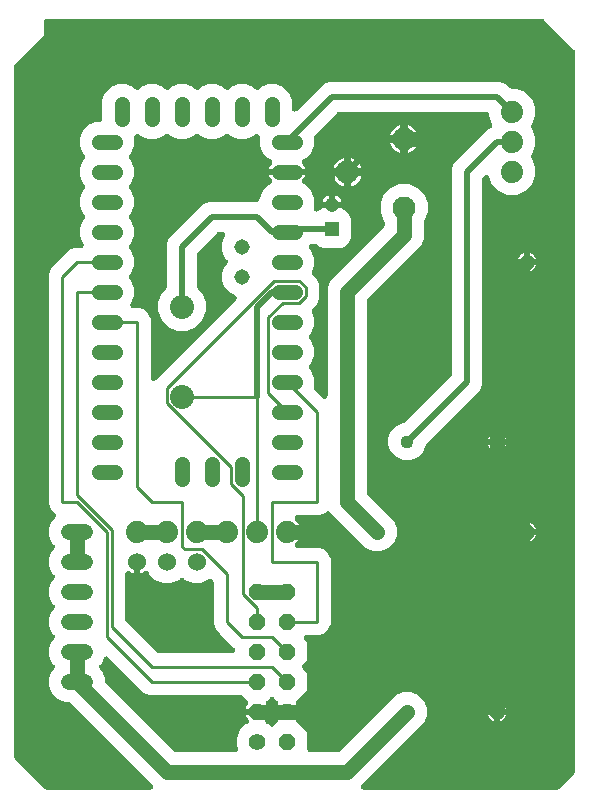
<source format=gbr>
G04 EAGLE Gerber RS-274X export*
G75*
%MOMM*%
%FSLAX34Y34*%
%LPD*%
%INBottom Copper*%
%IPPOS*%
%AMOC8*
5,1,8,0,0,1.08239X$1,22.5*%
G01*
%ADD10C,1.950000*%
%ADD11C,1.308000*%
%ADD12C,1.308000*%
%ADD13C,1.320800*%
%ADD14C,1.422400*%
%ADD15P,1.539592X8X112.500000*%
%ADD16C,1.524000*%
%ADD17C,1.879600*%
%ADD18C,1.108000*%
%ADD19C,2.032000*%
%ADD20R,1.208000X1.208000*%
%ADD21C,1.208000*%
%ADD22C,0.508000*%
%ADD23C,1.270000*%
%ADD24C,0.254000*%

G36*
X150989Y10172D02*
X150989Y10172D01*
X151119Y10174D01*
X151212Y10192D01*
X151308Y10201D01*
X151433Y10235D01*
X151561Y10260D01*
X151650Y10294D01*
X151742Y10319D01*
X151859Y10375D01*
X151981Y10422D01*
X152063Y10472D01*
X152149Y10513D01*
X152254Y10588D01*
X152366Y10656D01*
X152437Y10719D01*
X152515Y10775D01*
X152606Y10868D01*
X152703Y10954D01*
X152762Y11029D01*
X152829Y11097D01*
X152902Y11205D01*
X152982Y11307D01*
X153028Y11391D01*
X153081Y11470D01*
X153134Y11589D01*
X153195Y11704D01*
X153225Y11795D01*
X153263Y11882D01*
X153294Y12009D01*
X153334Y12132D01*
X153347Y12227D01*
X153370Y12320D01*
X153378Y12449D01*
X153396Y12578D01*
X153392Y12674D01*
X153398Y12769D01*
X153383Y12898D01*
X153377Y13028D01*
X153357Y13121D01*
X153345Y13216D01*
X153308Y13341D01*
X153280Y13468D01*
X153243Y13556D01*
X153215Y13647D01*
X153156Y13763D01*
X153106Y13883D01*
X153054Y13963D01*
X153011Y14049D01*
X152932Y14152D01*
X152862Y14261D01*
X152776Y14359D01*
X152739Y14407D01*
X152706Y14438D01*
X152655Y14496D01*
X150746Y16404D01*
X150746Y16405D01*
X83059Y84092D01*
X82932Y84197D01*
X82812Y84309D01*
X82760Y84341D01*
X82713Y84380D01*
X82571Y84462D01*
X82432Y84550D01*
X82375Y84574D01*
X82322Y84604D01*
X82168Y84659D01*
X82015Y84721D01*
X81956Y84734D01*
X81898Y84755D01*
X81736Y84781D01*
X81575Y84816D01*
X81498Y84821D01*
X81454Y84828D01*
X81393Y84827D01*
X81263Y84835D01*
X78961Y84835D01*
X72800Y87388D01*
X68084Y92104D01*
X65531Y98265D01*
X65531Y104935D01*
X68084Y111096D01*
X69492Y112504D01*
X69514Y112531D01*
X69540Y112554D01*
X69603Y112633D01*
X69636Y112667D01*
X69669Y112716D01*
X69780Y112850D01*
X69798Y112880D01*
X69819Y112907D01*
X69909Y113075D01*
X70004Y113241D01*
X70015Y113273D01*
X70032Y113304D01*
X70091Y113485D01*
X70155Y113665D01*
X70160Y113699D01*
X70171Y113732D01*
X70197Y113921D01*
X70228Y114109D01*
X70228Y114144D01*
X70232Y114178D01*
X70225Y114369D01*
X70222Y114560D01*
X70215Y114594D01*
X70214Y114628D01*
X70173Y114814D01*
X70136Y115002D01*
X70124Y115034D01*
X70116Y115068D01*
X70043Y115243D01*
X69974Y115422D01*
X69956Y115451D01*
X69943Y115483D01*
X69839Y115643D01*
X69740Y115806D01*
X69717Y115832D01*
X69699Y115861D01*
X69492Y116096D01*
X68084Y117504D01*
X65531Y123665D01*
X65531Y130335D01*
X68084Y136496D01*
X69492Y137904D01*
X69514Y137931D01*
X69540Y137954D01*
X69603Y138034D01*
X69628Y138060D01*
X69655Y138100D01*
X69658Y138103D01*
X69780Y138250D01*
X69798Y138280D01*
X69819Y138307D01*
X69909Y138475D01*
X70004Y138641D01*
X70015Y138673D01*
X70032Y138704D01*
X70091Y138885D01*
X70155Y139065D01*
X70160Y139099D01*
X70171Y139132D01*
X70197Y139321D01*
X70228Y139509D01*
X70228Y139544D01*
X70232Y139578D01*
X70225Y139769D01*
X70222Y139960D01*
X70215Y139994D01*
X70214Y140028D01*
X70173Y140214D01*
X70136Y140402D01*
X70124Y140434D01*
X70116Y140468D01*
X70043Y140643D01*
X69974Y140822D01*
X69956Y140851D01*
X69943Y140883D01*
X69839Y141043D01*
X69740Y141206D01*
X69717Y141232D01*
X69699Y141261D01*
X69492Y141496D01*
X68084Y142904D01*
X65531Y149065D01*
X65531Y155735D01*
X68084Y161896D01*
X69492Y163304D01*
X69514Y163331D01*
X69540Y163354D01*
X69604Y163436D01*
X69621Y163452D01*
X69639Y163479D01*
X69658Y163503D01*
X69780Y163650D01*
X69798Y163680D01*
X69819Y163707D01*
X69909Y163875D01*
X70004Y164041D01*
X70015Y164073D01*
X70032Y164104D01*
X70091Y164285D01*
X70155Y164465D01*
X70160Y164499D01*
X70171Y164532D01*
X70197Y164721D01*
X70228Y164909D01*
X70228Y164944D01*
X70232Y164978D01*
X70225Y165169D01*
X70222Y165360D01*
X70215Y165394D01*
X70214Y165428D01*
X70173Y165614D01*
X70136Y165802D01*
X70124Y165834D01*
X70116Y165868D01*
X70043Y166043D01*
X69974Y166222D01*
X69956Y166251D01*
X69943Y166283D01*
X69839Y166443D01*
X69740Y166606D01*
X69717Y166632D01*
X69699Y166661D01*
X69492Y166896D01*
X68084Y168304D01*
X65531Y174465D01*
X65531Y181135D01*
X68084Y187296D01*
X69492Y188704D01*
X69514Y188731D01*
X69540Y188754D01*
X69605Y188837D01*
X69613Y188845D01*
X69622Y188858D01*
X69658Y188903D01*
X69780Y189050D01*
X69798Y189080D01*
X69819Y189107D01*
X69909Y189275D01*
X70004Y189441D01*
X70015Y189473D01*
X70032Y189504D01*
X70091Y189685D01*
X70155Y189865D01*
X70160Y189899D01*
X70171Y189932D01*
X70197Y190121D01*
X70228Y190309D01*
X70228Y190344D01*
X70232Y190378D01*
X70225Y190569D01*
X70222Y190760D01*
X70215Y190794D01*
X70214Y190828D01*
X70173Y191014D01*
X70136Y191202D01*
X70124Y191234D01*
X70116Y191268D01*
X70043Y191443D01*
X69974Y191622D01*
X69956Y191651D01*
X69943Y191683D01*
X69839Y191843D01*
X69740Y192006D01*
X69717Y192032D01*
X69699Y192061D01*
X69492Y192296D01*
X68084Y193704D01*
X65531Y199865D01*
X65531Y206535D01*
X68084Y212696D01*
X69492Y214104D01*
X69514Y214131D01*
X69540Y214154D01*
X69658Y214303D01*
X69780Y214450D01*
X69798Y214480D01*
X69819Y214507D01*
X69909Y214675D01*
X70004Y214841D01*
X70015Y214873D01*
X70032Y214904D01*
X70091Y215085D01*
X70155Y215265D01*
X70160Y215299D01*
X70171Y215332D01*
X70197Y215521D01*
X70228Y215709D01*
X70228Y215744D01*
X70232Y215778D01*
X70225Y215969D01*
X70222Y216160D01*
X70215Y216194D01*
X70214Y216228D01*
X70173Y216414D01*
X70136Y216602D01*
X70124Y216634D01*
X70116Y216668D01*
X70043Y216843D01*
X69974Y217022D01*
X69956Y217051D01*
X69943Y217083D01*
X69839Y217243D01*
X69740Y217406D01*
X69717Y217432D01*
X69699Y217461D01*
X69492Y217696D01*
X68084Y219104D01*
X65531Y225265D01*
X65531Y231935D01*
X68084Y238096D01*
X70270Y240283D01*
X70323Y240347D01*
X70383Y240404D01*
X70468Y240519D01*
X70559Y240629D01*
X70600Y240700D01*
X70649Y240767D01*
X70712Y240895D01*
X70783Y241020D01*
X70810Y241097D01*
X70847Y241172D01*
X70886Y241309D01*
X70934Y241444D01*
X70947Y241525D01*
X70970Y241605D01*
X70984Y241747D01*
X71007Y241888D01*
X71006Y241970D01*
X71014Y242053D01*
X71003Y242195D01*
X71001Y242338D01*
X70985Y242419D01*
X70979Y242502D01*
X70943Y242640D01*
X70915Y242780D01*
X70886Y242857D01*
X70865Y242937D01*
X70805Y243067D01*
X70753Y243200D01*
X70710Y243271D01*
X70676Y243346D01*
X70593Y243463D01*
X70519Y243585D01*
X70464Y243647D01*
X70417Y243715D01*
X70316Y243815D01*
X70221Y243923D01*
X70156Y243974D01*
X70098Y244032D01*
X69980Y244113D01*
X69868Y244202D01*
X69795Y244241D01*
X69790Y244244D01*
X66510Y247525D01*
X64769Y251726D01*
X64769Y446774D01*
X66510Y450975D01*
X82425Y466890D01*
X86626Y468631D01*
X91981Y468631D01*
X92110Y468642D01*
X92240Y468644D01*
X92334Y468662D01*
X92429Y468671D01*
X92555Y468705D01*
X92682Y468730D01*
X92771Y468764D01*
X92863Y468789D01*
X92981Y468845D01*
X93102Y468892D01*
X93184Y468942D01*
X93270Y468983D01*
X93376Y469058D01*
X93487Y469126D01*
X93558Y469189D01*
X93636Y469245D01*
X93727Y469338D01*
X93824Y469424D01*
X93884Y469499D01*
X93950Y469567D01*
X94023Y469675D01*
X94104Y469777D01*
X94149Y469861D01*
X94202Y469940D01*
X94255Y470059D01*
X94316Y470174D01*
X94346Y470265D01*
X94385Y470352D01*
X94415Y470479D01*
X94456Y470602D01*
X94469Y470697D01*
X94491Y470790D01*
X94499Y470919D01*
X94517Y471048D01*
X94513Y471144D01*
X94519Y471239D01*
X94504Y471368D01*
X94499Y471498D01*
X94478Y471591D01*
X94467Y471686D01*
X94429Y471811D01*
X94401Y471938D01*
X94364Y472026D01*
X94337Y472117D01*
X94277Y472233D01*
X94227Y472353D01*
X94176Y472433D01*
X94132Y472519D01*
X94054Y472622D01*
X93983Y472731D01*
X93897Y472829D01*
X93860Y472877D01*
X93827Y472908D01*
X93776Y472966D01*
X93602Y473140D01*
X91059Y479278D01*
X91059Y485922D01*
X93602Y492060D01*
X95046Y493504D01*
X95068Y493531D01*
X95094Y493554D01*
X95213Y493703D01*
X95335Y493850D01*
X95352Y493880D01*
X95374Y493907D01*
X95464Y494075D01*
X95558Y494241D01*
X95570Y494273D01*
X95586Y494304D01*
X95645Y494485D01*
X95709Y494665D01*
X95715Y494699D01*
X95726Y494732D01*
X95752Y494921D01*
X95783Y495109D01*
X95782Y495144D01*
X95787Y495178D01*
X95779Y495369D01*
X95777Y495560D01*
X95770Y495594D01*
X95769Y495628D01*
X95727Y495814D01*
X95691Y496002D01*
X95678Y496034D01*
X95671Y496068D01*
X95598Y496243D01*
X95529Y496422D01*
X95511Y496451D01*
X95497Y496483D01*
X95394Y496643D01*
X95295Y496806D01*
X95272Y496832D01*
X95253Y496861D01*
X95046Y497096D01*
X93602Y498540D01*
X91059Y504678D01*
X91059Y511322D01*
X93602Y517460D01*
X95046Y518904D01*
X95068Y518931D01*
X95094Y518954D01*
X95213Y519103D01*
X95335Y519250D01*
X95352Y519280D01*
X95374Y519307D01*
X95464Y519475D01*
X95558Y519641D01*
X95570Y519673D01*
X95586Y519704D01*
X95645Y519885D01*
X95709Y520065D01*
X95715Y520099D01*
X95726Y520132D01*
X95752Y520321D01*
X95783Y520509D01*
X95782Y520544D01*
X95787Y520578D01*
X95779Y520769D01*
X95777Y520960D01*
X95770Y520994D01*
X95769Y521028D01*
X95727Y521214D01*
X95691Y521402D01*
X95678Y521434D01*
X95671Y521468D01*
X95598Y521643D01*
X95529Y521822D01*
X95511Y521851D01*
X95497Y521883D01*
X95394Y522043D01*
X95295Y522206D01*
X95272Y522232D01*
X95253Y522261D01*
X95046Y522496D01*
X93602Y523940D01*
X91059Y530078D01*
X91059Y536722D01*
X93602Y542860D01*
X95046Y544304D01*
X95068Y544331D01*
X95094Y544354D01*
X95213Y544503D01*
X95335Y544650D01*
X95352Y544680D01*
X95374Y544707D01*
X95464Y544875D01*
X95558Y545041D01*
X95570Y545073D01*
X95586Y545104D01*
X95645Y545285D01*
X95709Y545465D01*
X95715Y545499D01*
X95726Y545532D01*
X95752Y545721D01*
X95783Y545909D01*
X95782Y545944D01*
X95787Y545978D01*
X95779Y546169D01*
X95777Y546360D01*
X95770Y546394D01*
X95769Y546428D01*
X95727Y546614D01*
X95691Y546802D01*
X95678Y546834D01*
X95671Y546868D01*
X95598Y547043D01*
X95529Y547222D01*
X95511Y547251D01*
X95497Y547283D01*
X95394Y547443D01*
X95295Y547606D01*
X95272Y547632D01*
X95253Y547661D01*
X95046Y547896D01*
X93602Y549340D01*
X91059Y555478D01*
X91059Y562122D01*
X93602Y568260D01*
X98300Y572958D01*
X104438Y575501D01*
X107760Y575501D01*
X107795Y575504D01*
X107829Y575502D01*
X108018Y575524D01*
X108209Y575541D01*
X108242Y575550D01*
X108276Y575554D01*
X108459Y575609D01*
X108643Y575659D01*
X108674Y575674D01*
X108707Y575684D01*
X108878Y575771D01*
X109050Y575853D01*
X109078Y575873D01*
X109109Y575888D01*
X109261Y576004D01*
X109416Y576115D01*
X109440Y576140D01*
X109467Y576160D01*
X109596Y576300D01*
X109730Y576437D01*
X109749Y576466D01*
X109773Y576492D01*
X109875Y576653D01*
X109982Y576810D01*
X109996Y576842D01*
X110014Y576871D01*
X110087Y577048D01*
X110164Y577222D01*
X110172Y577256D01*
X110185Y577288D01*
X110225Y577475D01*
X110271Y577660D01*
X110273Y577694D01*
X110280Y577728D01*
X110299Y578040D01*
X110299Y594062D01*
X112842Y600200D01*
X117540Y604898D01*
X123678Y607441D01*
X130322Y607441D01*
X136460Y604898D01*
X137904Y603454D01*
X137931Y603432D01*
X137954Y603406D01*
X138103Y603288D01*
X138250Y603165D01*
X138280Y603148D01*
X138307Y603126D01*
X138475Y603036D01*
X138641Y602942D01*
X138673Y602930D01*
X138704Y602914D01*
X138885Y602855D01*
X139065Y602791D01*
X139099Y602785D01*
X139132Y602774D01*
X139321Y602748D01*
X139509Y602717D01*
X139544Y602718D01*
X139578Y602713D01*
X139769Y602721D01*
X139959Y602723D01*
X139994Y602730D01*
X140028Y602731D01*
X140214Y602773D01*
X140402Y602809D01*
X140434Y602822D01*
X140468Y602829D01*
X140644Y602903D01*
X140822Y602971D01*
X140851Y602989D01*
X140883Y603003D01*
X141044Y603106D01*
X141206Y603205D01*
X141232Y603228D01*
X141261Y603247D01*
X141496Y603454D01*
X142940Y604898D01*
X149078Y607441D01*
X155722Y607441D01*
X161860Y604898D01*
X163304Y603454D01*
X163331Y603432D01*
X163354Y603406D01*
X163503Y603288D01*
X163650Y603165D01*
X163680Y603148D01*
X163707Y603126D01*
X163875Y603036D01*
X164041Y602942D01*
X164073Y602930D01*
X164104Y602914D01*
X164285Y602855D01*
X164465Y602791D01*
X164499Y602785D01*
X164532Y602774D01*
X164721Y602748D01*
X164909Y602717D01*
X164944Y602718D01*
X164978Y602713D01*
X165169Y602721D01*
X165359Y602723D01*
X165394Y602730D01*
X165428Y602731D01*
X165614Y602773D01*
X165802Y602809D01*
X165834Y602822D01*
X165868Y602829D01*
X166044Y602903D01*
X166222Y602971D01*
X166251Y602989D01*
X166283Y603003D01*
X166444Y603106D01*
X166606Y603205D01*
X166632Y603228D01*
X166661Y603247D01*
X166896Y603454D01*
X168340Y604898D01*
X174478Y607441D01*
X181122Y607441D01*
X187260Y604898D01*
X188704Y603454D01*
X188731Y603432D01*
X188754Y603406D01*
X188903Y603288D01*
X189050Y603165D01*
X189080Y603148D01*
X189107Y603126D01*
X189275Y603036D01*
X189441Y602942D01*
X189473Y602930D01*
X189504Y602914D01*
X189685Y602855D01*
X189865Y602791D01*
X189899Y602785D01*
X189932Y602774D01*
X190121Y602748D01*
X190309Y602717D01*
X190344Y602718D01*
X190378Y602713D01*
X190569Y602721D01*
X190759Y602723D01*
X190794Y602730D01*
X190828Y602731D01*
X191014Y602773D01*
X191202Y602809D01*
X191234Y602822D01*
X191268Y602829D01*
X191444Y602903D01*
X191622Y602971D01*
X191651Y602989D01*
X191683Y603003D01*
X191844Y603106D01*
X192006Y603205D01*
X192032Y603228D01*
X192061Y603247D01*
X192296Y603454D01*
X193740Y604898D01*
X199878Y607441D01*
X206522Y607441D01*
X212660Y604898D01*
X214104Y603454D01*
X214131Y603432D01*
X214154Y603406D01*
X214303Y603288D01*
X214450Y603165D01*
X214480Y603148D01*
X214507Y603126D01*
X214675Y603036D01*
X214841Y602942D01*
X214873Y602930D01*
X214904Y602914D01*
X215085Y602855D01*
X215265Y602791D01*
X215299Y602785D01*
X215332Y602774D01*
X215521Y602748D01*
X215709Y602717D01*
X215744Y602718D01*
X215778Y602713D01*
X215969Y602721D01*
X216159Y602723D01*
X216194Y602730D01*
X216228Y602731D01*
X216414Y602773D01*
X216602Y602809D01*
X216634Y602822D01*
X216668Y602829D01*
X216844Y602903D01*
X217022Y602971D01*
X217051Y602989D01*
X217083Y603003D01*
X217244Y603106D01*
X217406Y603205D01*
X217432Y603228D01*
X217461Y603247D01*
X217696Y603454D01*
X219140Y604898D01*
X225278Y607441D01*
X231922Y607441D01*
X238060Y604898D01*
X239504Y603454D01*
X239531Y603432D01*
X239554Y603406D01*
X239703Y603288D01*
X239850Y603165D01*
X239880Y603148D01*
X239907Y603126D01*
X240075Y603036D01*
X240241Y602942D01*
X240273Y602930D01*
X240304Y602914D01*
X240485Y602855D01*
X240665Y602791D01*
X240699Y602785D01*
X240732Y602774D01*
X240921Y602748D01*
X241109Y602717D01*
X241144Y602718D01*
X241178Y602713D01*
X241369Y602721D01*
X241559Y602723D01*
X241594Y602730D01*
X241628Y602731D01*
X241814Y602773D01*
X242002Y602809D01*
X242034Y602822D01*
X242068Y602829D01*
X242244Y602903D01*
X242422Y602971D01*
X242451Y602989D01*
X242483Y603003D01*
X242644Y603106D01*
X242806Y603205D01*
X242832Y603228D01*
X242861Y603247D01*
X243096Y603454D01*
X244540Y604898D01*
X250678Y607441D01*
X257322Y607441D01*
X263460Y604898D01*
X268158Y600200D01*
X270701Y594062D01*
X270701Y586893D01*
X270712Y586763D01*
X270714Y586633D01*
X270732Y586539D01*
X270741Y586444D01*
X270775Y586319D01*
X270800Y586191D01*
X270834Y586102D01*
X270859Y586010D01*
X270915Y585892D01*
X270962Y585771D01*
X271012Y585689D01*
X271053Y585603D01*
X271128Y585498D01*
X271196Y585386D01*
X271259Y585315D01*
X271315Y585237D01*
X271408Y585146D01*
X271494Y585049D01*
X271569Y584990D01*
X271637Y584923D01*
X271745Y584850D01*
X271847Y584769D01*
X271931Y584724D01*
X272010Y584671D01*
X272129Y584618D01*
X272244Y584557D01*
X272335Y584527D01*
X272422Y584489D01*
X272549Y584458D01*
X272672Y584418D01*
X272767Y584405D01*
X272860Y584382D01*
X272989Y584374D01*
X273118Y584356D01*
X273214Y584360D01*
X273309Y584354D01*
X273438Y584369D01*
X273568Y584375D01*
X273661Y584395D01*
X273756Y584406D01*
X273881Y584444D01*
X274008Y584472D01*
X274096Y584509D01*
X274187Y584537D01*
X274303Y584596D01*
X274423Y584646D01*
X274504Y584698D01*
X274589Y584741D01*
X274692Y584819D01*
X274801Y584890D01*
X274899Y584976D01*
X274947Y585013D01*
X274978Y585046D01*
X275036Y585097D01*
X293676Y603737D01*
X297606Y607667D01*
X302274Y609601D01*
X447026Y609601D01*
X451694Y607667D01*
X454859Y604502D01*
X454985Y604397D01*
X455106Y604285D01*
X455158Y604253D01*
X455204Y604214D01*
X455347Y604132D01*
X455486Y604044D01*
X455543Y604020D01*
X455595Y603990D01*
X455750Y603935D01*
X455903Y603873D01*
X455962Y603860D01*
X456020Y603839D01*
X456182Y603813D01*
X456343Y603778D01*
X456420Y603773D01*
X456464Y603766D01*
X456525Y603767D01*
X456655Y603759D01*
X461090Y603759D01*
X468279Y600781D01*
X473781Y595279D01*
X476759Y588090D01*
X476759Y580310D01*
X473753Y573053D01*
X473667Y572950D01*
X473650Y572920D01*
X473628Y572893D01*
X473538Y572725D01*
X473444Y572559D01*
X473432Y572527D01*
X473416Y572496D01*
X473357Y572315D01*
X473293Y572135D01*
X473287Y572101D01*
X473276Y572068D01*
X473250Y571879D01*
X473219Y571691D01*
X473220Y571656D01*
X473215Y571622D01*
X473223Y571431D01*
X473225Y571241D01*
X473232Y571207D01*
X473233Y571172D01*
X473275Y570986D01*
X473311Y570799D01*
X473323Y570766D01*
X473331Y570732D01*
X473404Y570556D01*
X473473Y570379D01*
X473491Y570349D01*
X473504Y570317D01*
X473608Y570157D01*
X473707Y569994D01*
X473730Y569968D01*
X473749Y569939D01*
X473763Y569922D01*
X476759Y562690D01*
X476759Y554910D01*
X473753Y547653D01*
X473667Y547550D01*
X473650Y547520D01*
X473628Y547493D01*
X473538Y547325D01*
X473444Y547159D01*
X473432Y547127D01*
X473416Y547096D01*
X473357Y546915D01*
X473293Y546735D01*
X473287Y546701D01*
X473276Y546668D01*
X473250Y546479D01*
X473219Y546291D01*
X473220Y546256D01*
X473215Y546222D01*
X473223Y546031D01*
X473225Y545841D01*
X473232Y545807D01*
X473233Y545772D01*
X473275Y545586D01*
X473311Y545399D01*
X473323Y545366D01*
X473331Y545332D01*
X473404Y545156D01*
X473473Y544979D01*
X473491Y544949D01*
X473504Y544917D01*
X473608Y544757D01*
X473707Y544594D01*
X473730Y544568D01*
X473749Y544539D01*
X473763Y544522D01*
X476759Y537290D01*
X476759Y529510D01*
X473781Y522321D01*
X468279Y516819D01*
X461090Y513841D01*
X453310Y513841D01*
X446121Y516819D01*
X440619Y522321D01*
X437786Y529159D01*
X437748Y529232D01*
X437718Y529309D01*
X437644Y529432D01*
X437612Y529494D01*
X437600Y529516D01*
X437599Y529518D01*
X437578Y529559D01*
X437527Y529624D01*
X437485Y529694D01*
X437390Y529801D01*
X437302Y529915D01*
X437241Y529970D01*
X437186Y530031D01*
X437074Y530120D01*
X436968Y530216D01*
X436898Y530260D01*
X436833Y530311D01*
X436707Y530378D01*
X436586Y530454D01*
X436509Y530485D01*
X436436Y530523D01*
X436300Y530568D01*
X436167Y530621D01*
X436086Y530637D01*
X436008Y530663D01*
X435866Y530682D01*
X435726Y530711D01*
X435644Y530713D01*
X435562Y530724D01*
X435419Y530718D01*
X435276Y530722D01*
X435194Y530709D01*
X435112Y530706D01*
X434973Y530675D01*
X434831Y530653D01*
X434753Y530626D01*
X434673Y530608D01*
X434541Y530553D01*
X434405Y530506D01*
X434333Y530466D01*
X434257Y530435D01*
X434144Y530362D01*
X434131Y530355D01*
X434120Y530347D01*
X434012Y530287D01*
X433948Y530235D01*
X433879Y530190D01*
X433787Y530109D01*
X433765Y530093D01*
X433738Y530066D01*
X433694Y530027D01*
X433664Y530002D01*
X433657Y529994D01*
X433645Y529983D01*
X432544Y528883D01*
X432439Y528757D01*
X432327Y528636D01*
X432295Y528584D01*
X432256Y528538D01*
X432174Y528395D01*
X432086Y528256D01*
X432062Y528199D01*
X432032Y528147D01*
X431977Y527991D01*
X431915Y527839D01*
X431902Y527780D01*
X431881Y527722D01*
X431855Y527560D01*
X431820Y527399D01*
X431815Y527322D01*
X431808Y527278D01*
X431809Y527217D01*
X431801Y527087D01*
X431801Y353074D01*
X429867Y348406D01*
X384744Y303283D01*
X384639Y303157D01*
X384527Y303036D01*
X384495Y302984D01*
X384456Y302938D01*
X384374Y302795D01*
X384286Y302656D01*
X384262Y302599D01*
X384232Y302547D01*
X384177Y302392D01*
X384115Y302239D01*
X384102Y302180D01*
X384081Y302122D01*
X384055Y301960D01*
X384020Y301799D01*
X384015Y301722D01*
X384012Y301705D01*
X381610Y295906D01*
X377194Y291490D01*
X371423Y289099D01*
X365177Y289099D01*
X359406Y291490D01*
X354990Y295906D01*
X352599Y301677D01*
X352599Y307923D01*
X354990Y313694D01*
X359406Y318110D01*
X365219Y320518D01*
X365316Y320522D01*
X365375Y320535D01*
X365436Y320541D01*
X365595Y320584D01*
X365755Y320620D01*
X365811Y320643D01*
X365870Y320659D01*
X366018Y320730D01*
X366171Y320793D01*
X366222Y320826D01*
X366277Y320853D01*
X366410Y320948D01*
X366549Y321038D01*
X366607Y321089D01*
X366643Y321115D01*
X366685Y321158D01*
X366783Y321244D01*
X405656Y360117D01*
X405761Y360243D01*
X405873Y360364D01*
X405905Y360416D01*
X405944Y360462D01*
X406026Y360605D01*
X406114Y360744D01*
X406138Y360801D01*
X406168Y360853D01*
X406223Y361008D01*
X406285Y361161D01*
X406298Y361220D01*
X406319Y361278D01*
X406345Y361440D01*
X406380Y361601D01*
X406385Y361678D01*
X406392Y361722D01*
X406391Y361783D01*
X406399Y361913D01*
X406399Y535926D01*
X408333Y540594D01*
X437306Y569567D01*
X439044Y570287D01*
X439075Y570303D01*
X439108Y570315D01*
X439274Y570407D01*
X439443Y570496D01*
X439471Y570517D01*
X439501Y570534D01*
X439648Y570655D01*
X439799Y570772D01*
X439822Y570797D01*
X439849Y570819D01*
X439973Y570964D01*
X440101Y571106D01*
X440119Y571135D01*
X440142Y571162D01*
X440238Y571326D01*
X440339Y571488D01*
X440352Y571520D01*
X440369Y571550D01*
X440435Y571729D01*
X440505Y571906D01*
X440512Y571940D01*
X440524Y571973D01*
X440557Y572161D01*
X440596Y572347D01*
X440596Y572382D01*
X440602Y572416D01*
X440602Y572607D01*
X440606Y572798D01*
X440601Y572832D01*
X440601Y572867D01*
X440567Y573053D01*
X440537Y573243D01*
X440526Y573275D01*
X440520Y573309D01*
X440418Y573605D01*
X437641Y580310D01*
X437641Y581660D01*
X437638Y581695D01*
X437640Y581729D01*
X437618Y581918D01*
X437601Y582109D01*
X437592Y582142D01*
X437588Y582176D01*
X437533Y582359D01*
X437483Y582543D01*
X437468Y582574D01*
X437458Y582607D01*
X437371Y582778D01*
X437289Y582950D01*
X437269Y582978D01*
X437254Y583009D01*
X437138Y583161D01*
X437027Y583316D01*
X437002Y583340D01*
X436982Y583367D01*
X436842Y583496D01*
X436705Y583630D01*
X436676Y583649D01*
X436650Y583673D01*
X436489Y583775D01*
X436332Y583882D01*
X436300Y583896D01*
X436271Y583914D01*
X436094Y583987D01*
X435920Y584064D01*
X435886Y584072D01*
X435854Y584085D01*
X435667Y584125D01*
X435482Y584171D01*
X435448Y584173D01*
X435414Y584180D01*
X435102Y584199D01*
X311113Y584199D01*
X310949Y584185D01*
X310784Y584178D01*
X310725Y584165D01*
X310664Y584159D01*
X310505Y584116D01*
X310345Y584080D01*
X310289Y584057D01*
X310230Y584041D01*
X310082Y583970D01*
X309929Y583907D01*
X309878Y583874D01*
X309823Y583847D01*
X309690Y583752D01*
X309551Y583662D01*
X309493Y583611D01*
X309457Y583585D01*
X309415Y583542D01*
X309317Y583456D01*
X290567Y564706D01*
X290430Y564542D01*
X290293Y564382D01*
X290287Y564371D01*
X290278Y564360D01*
X290173Y564176D01*
X290066Y563993D01*
X290061Y563981D01*
X290055Y563969D01*
X289984Y563771D01*
X289911Y563571D01*
X289909Y563558D01*
X289904Y563545D01*
X289869Y563335D01*
X289833Y563127D01*
X289833Y563114D01*
X289831Y563101D01*
X289834Y562887D01*
X289834Y562677D01*
X289837Y562664D01*
X289837Y562651D01*
X289877Y562441D01*
X289915Y562234D01*
X289920Y562219D01*
X289922Y562209D01*
X289937Y562172D01*
X289941Y562160D01*
X289941Y555478D01*
X287398Y549340D01*
X282700Y544642D01*
X280653Y543794D01*
X280580Y543756D01*
X280504Y543726D01*
X280381Y543652D01*
X280254Y543586D01*
X280189Y543535D01*
X280119Y543492D01*
X280012Y543398D01*
X279898Y543310D01*
X279843Y543248D01*
X279781Y543194D01*
X279693Y543082D01*
X279597Y542976D01*
X279553Y542906D01*
X279502Y542841D01*
X279434Y542715D01*
X279359Y542593D01*
X279328Y542517D01*
X279289Y542444D01*
X279245Y542308D01*
X279192Y542175D01*
X279176Y542094D01*
X279150Y542016D01*
X279131Y541874D01*
X279102Y541734D01*
X279100Y541651D01*
X279089Y541570D01*
X279095Y541427D01*
X279091Y541284D01*
X279104Y541202D01*
X279107Y541120D01*
X279138Y540980D01*
X279160Y540839D01*
X279187Y540761D01*
X279205Y540680D01*
X279260Y540548D01*
X279306Y540413D01*
X279346Y540341D01*
X279378Y540265D01*
X279456Y540144D01*
X279526Y540020D01*
X279578Y539956D01*
X279623Y539887D01*
X279786Y539702D01*
X279811Y539671D01*
X279819Y539664D01*
X279830Y539653D01*
X280166Y539316D01*
X281007Y538159D01*
X281655Y536886D01*
X281963Y535939D01*
X266700Y535939D01*
X251437Y535939D01*
X251745Y536886D01*
X252393Y538159D01*
X253234Y539316D01*
X253570Y539652D01*
X253623Y539716D01*
X253683Y539773D01*
X253767Y539888D01*
X253859Y539998D01*
X253900Y540069D01*
X253949Y540136D01*
X254012Y540264D01*
X254083Y540389D01*
X254110Y540466D01*
X254146Y540540D01*
X254186Y540678D01*
X254233Y540813D01*
X254247Y540894D01*
X254269Y540974D01*
X254284Y541116D01*
X254307Y541257D01*
X254306Y541339D01*
X254314Y541422D01*
X254303Y541564D01*
X254301Y541707D01*
X254285Y541788D01*
X254279Y541871D01*
X254243Y542009D01*
X254215Y542150D01*
X254186Y542226D01*
X254165Y542306D01*
X254105Y542436D01*
X254053Y542570D01*
X254010Y542640D01*
X253976Y542715D01*
X253893Y542832D01*
X253819Y542954D01*
X253765Y543016D01*
X253717Y543084D01*
X253616Y543184D01*
X253521Y543292D01*
X253456Y543343D01*
X253398Y543401D01*
X253280Y543482D01*
X253168Y543571D01*
X253095Y543610D01*
X253027Y543657D01*
X252806Y543765D01*
X252771Y543784D01*
X252761Y543787D01*
X252747Y543794D01*
X250700Y544642D01*
X246002Y549340D01*
X243459Y555478D01*
X243459Y562179D01*
X243480Y562237D01*
X243488Y562284D01*
X243502Y562330D01*
X243525Y562506D01*
X243554Y562681D01*
X243553Y562729D01*
X243559Y562777D01*
X243550Y562954D01*
X243547Y563132D01*
X243538Y563178D01*
X243536Y563226D01*
X243496Y563400D01*
X243462Y563574D01*
X243445Y563618D01*
X243434Y563665D01*
X243364Y563828D01*
X243300Y563994D01*
X243275Y564035D01*
X243256Y564078D01*
X243158Y564227D01*
X243066Y564378D01*
X243034Y564414D01*
X243008Y564454D01*
X242885Y564583D01*
X242768Y564716D01*
X242730Y564746D01*
X242697Y564780D01*
X242554Y564885D01*
X242414Y564995D01*
X242372Y565018D01*
X242334Y565046D01*
X242174Y565124D01*
X242018Y565208D01*
X241972Y565223D01*
X241929Y565244D01*
X241758Y565292D01*
X241589Y565347D01*
X241542Y565354D01*
X241496Y565367D01*
X241319Y565384D01*
X241143Y565408D01*
X241095Y565407D01*
X241048Y565411D01*
X240871Y565397D01*
X240693Y565390D01*
X240647Y565380D01*
X240599Y565376D01*
X240427Y565331D01*
X240254Y565293D01*
X240210Y565274D01*
X240163Y565262D01*
X240002Y565187D01*
X239838Y565119D01*
X239798Y565093D01*
X239755Y565073D01*
X239609Y564971D01*
X239460Y564875D01*
X239416Y564835D01*
X239386Y564815D01*
X239342Y564770D01*
X239226Y564668D01*
X238060Y563502D01*
X231922Y560959D01*
X225278Y560959D01*
X219140Y563502D01*
X217696Y564946D01*
X217669Y564968D01*
X217646Y564994D01*
X217497Y565113D01*
X217350Y565235D01*
X217320Y565252D01*
X217293Y565274D01*
X217125Y565364D01*
X216959Y565458D01*
X216927Y565470D01*
X216896Y565486D01*
X216715Y565545D01*
X216535Y565609D01*
X216501Y565615D01*
X216468Y565626D01*
X216279Y565652D01*
X216091Y565683D01*
X216056Y565682D01*
X216022Y565687D01*
X215831Y565679D01*
X215640Y565677D01*
X215606Y565670D01*
X215572Y565669D01*
X215386Y565627D01*
X215198Y565591D01*
X215166Y565578D01*
X215132Y565571D01*
X214957Y565498D01*
X214778Y565429D01*
X214749Y565411D01*
X214717Y565397D01*
X214557Y565294D01*
X214394Y565195D01*
X214368Y565172D01*
X214339Y565153D01*
X214104Y564946D01*
X212660Y563502D01*
X206522Y560959D01*
X199878Y560959D01*
X193740Y563502D01*
X192296Y564946D01*
X192269Y564968D01*
X192246Y564994D01*
X192097Y565113D01*
X191950Y565235D01*
X191920Y565252D01*
X191893Y565274D01*
X191725Y565364D01*
X191559Y565458D01*
X191527Y565470D01*
X191496Y565486D01*
X191315Y565545D01*
X191135Y565609D01*
X191101Y565615D01*
X191068Y565626D01*
X190879Y565652D01*
X190691Y565683D01*
X190656Y565682D01*
X190622Y565687D01*
X190431Y565679D01*
X190240Y565677D01*
X190206Y565670D01*
X190172Y565669D01*
X189986Y565627D01*
X189798Y565591D01*
X189766Y565578D01*
X189732Y565571D01*
X189557Y565498D01*
X189378Y565429D01*
X189349Y565411D01*
X189317Y565397D01*
X189157Y565294D01*
X188994Y565195D01*
X188968Y565172D01*
X188939Y565153D01*
X188704Y564946D01*
X187260Y563502D01*
X181122Y560959D01*
X174478Y560959D01*
X168340Y563502D01*
X166896Y564946D01*
X166869Y564968D01*
X166846Y564994D01*
X166697Y565113D01*
X166550Y565235D01*
X166520Y565252D01*
X166493Y565274D01*
X166325Y565364D01*
X166159Y565458D01*
X166127Y565470D01*
X166096Y565486D01*
X165915Y565545D01*
X165735Y565609D01*
X165701Y565615D01*
X165668Y565626D01*
X165479Y565652D01*
X165291Y565683D01*
X165256Y565682D01*
X165222Y565687D01*
X165031Y565679D01*
X164840Y565677D01*
X164806Y565670D01*
X164772Y565669D01*
X164586Y565627D01*
X164398Y565591D01*
X164366Y565578D01*
X164332Y565571D01*
X164157Y565498D01*
X163978Y565429D01*
X163949Y565411D01*
X163917Y565397D01*
X163757Y565294D01*
X163594Y565195D01*
X163568Y565172D01*
X163539Y565153D01*
X163304Y564946D01*
X161860Y563502D01*
X155722Y560959D01*
X149078Y560959D01*
X142940Y563502D01*
X141774Y564668D01*
X141638Y564782D01*
X141506Y564901D01*
X141465Y564926D01*
X141429Y564957D01*
X141274Y565045D01*
X141124Y565138D01*
X141079Y565156D01*
X141038Y565180D01*
X140870Y565239D01*
X140705Y565305D01*
X140659Y565315D01*
X140613Y565331D01*
X140438Y565360D01*
X140264Y565395D01*
X140216Y565396D01*
X140169Y565404D01*
X139991Y565402D01*
X139814Y565406D01*
X139767Y565399D01*
X139719Y565398D01*
X139544Y565364D01*
X139369Y565337D01*
X139324Y565322D01*
X139277Y565313D01*
X139111Y565249D01*
X138943Y565191D01*
X138901Y565167D01*
X138857Y565150D01*
X138705Y565058D01*
X138550Y564971D01*
X138513Y564941D01*
X138472Y564916D01*
X138339Y564799D01*
X138202Y564686D01*
X138171Y564650D01*
X138135Y564618D01*
X138025Y564479D01*
X137909Y564344D01*
X137885Y564303D01*
X137855Y564265D01*
X137771Y564108D01*
X137682Y563955D01*
X137665Y563910D01*
X137643Y563868D01*
X137588Y563699D01*
X137527Y563532D01*
X137518Y563485D01*
X137504Y563440D01*
X137479Y563264D01*
X137449Y563089D01*
X137449Y563041D01*
X137442Y562994D01*
X137449Y562817D01*
X137450Y562639D01*
X137459Y562592D01*
X137461Y562544D01*
X137499Y562370D01*
X137531Y562196D01*
X137541Y562167D01*
X137541Y555478D01*
X134998Y549340D01*
X133554Y547896D01*
X133532Y547869D01*
X133506Y547846D01*
X133388Y547697D01*
X133265Y547550D01*
X133248Y547520D01*
X133226Y547493D01*
X133136Y547325D01*
X133042Y547159D01*
X133030Y547127D01*
X133014Y547096D01*
X132955Y546915D01*
X132891Y546735D01*
X132885Y546701D01*
X132874Y546668D01*
X132848Y546479D01*
X132817Y546291D01*
X132818Y546256D01*
X132813Y546222D01*
X132821Y546031D01*
X132823Y545841D01*
X132830Y545806D01*
X132831Y545772D01*
X132873Y545586D01*
X132909Y545398D01*
X132922Y545366D01*
X132929Y545332D01*
X133003Y545156D01*
X133071Y544978D01*
X133089Y544949D01*
X133103Y544917D01*
X133206Y544756D01*
X133305Y544594D01*
X133328Y544568D01*
X133347Y544539D01*
X133554Y544304D01*
X134998Y542860D01*
X137541Y536722D01*
X137541Y530078D01*
X134998Y523940D01*
X133554Y522496D01*
X133532Y522469D01*
X133506Y522446D01*
X133388Y522297D01*
X133265Y522150D01*
X133248Y522120D01*
X133226Y522093D01*
X133136Y521925D01*
X133042Y521759D01*
X133030Y521727D01*
X133014Y521696D01*
X132955Y521515D01*
X132891Y521335D01*
X132885Y521301D01*
X132874Y521268D01*
X132848Y521079D01*
X132817Y520891D01*
X132818Y520856D01*
X132813Y520822D01*
X132821Y520631D01*
X132823Y520441D01*
X132830Y520406D01*
X132831Y520372D01*
X132873Y520186D01*
X132909Y519998D01*
X132922Y519966D01*
X132929Y519932D01*
X133003Y519756D01*
X133071Y519578D01*
X133089Y519549D01*
X133103Y519517D01*
X133206Y519356D01*
X133305Y519194D01*
X133328Y519168D01*
X133347Y519139D01*
X133554Y518904D01*
X134998Y517460D01*
X137541Y511322D01*
X137541Y504678D01*
X134998Y498540D01*
X133554Y497096D01*
X133532Y497069D01*
X133506Y497046D01*
X133388Y496897D01*
X133265Y496750D01*
X133248Y496720D01*
X133226Y496693D01*
X133136Y496525D01*
X133042Y496359D01*
X133030Y496327D01*
X133014Y496296D01*
X132955Y496115D01*
X132891Y495935D01*
X132885Y495901D01*
X132874Y495868D01*
X132848Y495679D01*
X132817Y495491D01*
X132818Y495456D01*
X132813Y495422D01*
X132821Y495231D01*
X132823Y495041D01*
X132830Y495006D01*
X132831Y494972D01*
X132873Y494786D01*
X132909Y494598D01*
X132922Y494566D01*
X132929Y494532D01*
X133003Y494356D01*
X133071Y494178D01*
X133089Y494149D01*
X133103Y494117D01*
X133206Y493956D01*
X133305Y493794D01*
X133328Y493768D01*
X133347Y493739D01*
X133554Y493504D01*
X134998Y492060D01*
X137541Y485922D01*
X137541Y479278D01*
X134998Y473140D01*
X133554Y471696D01*
X133532Y471669D01*
X133506Y471646D01*
X133388Y471497D01*
X133265Y471350D01*
X133248Y471320D01*
X133226Y471293D01*
X133136Y471125D01*
X133042Y470959D01*
X133030Y470927D01*
X133014Y470896D01*
X132955Y470715D01*
X132891Y470535D01*
X132885Y470501D01*
X132874Y470468D01*
X132848Y470279D01*
X132817Y470091D01*
X132818Y470056D01*
X132813Y470022D01*
X132821Y469831D01*
X132823Y469641D01*
X132830Y469606D01*
X132831Y469572D01*
X132873Y469386D01*
X132909Y469198D01*
X132922Y469166D01*
X132929Y469132D01*
X133003Y468956D01*
X133071Y468778D01*
X133089Y468749D01*
X133103Y468717D01*
X133206Y468556D01*
X133305Y468394D01*
X133328Y468368D01*
X133347Y468339D01*
X133554Y468104D01*
X134998Y466660D01*
X137541Y460522D01*
X137541Y453878D01*
X134998Y447740D01*
X133554Y446296D01*
X133532Y446269D01*
X133506Y446246D01*
X133388Y446097D01*
X133265Y445950D01*
X133248Y445920D01*
X133226Y445893D01*
X133136Y445725D01*
X133042Y445559D01*
X133030Y445527D01*
X133014Y445496D01*
X132955Y445315D01*
X132891Y445135D01*
X132885Y445101D01*
X132874Y445068D01*
X132848Y444879D01*
X132817Y444691D01*
X132818Y444656D01*
X132813Y444622D01*
X132821Y444431D01*
X132823Y444241D01*
X132830Y444206D01*
X132831Y444172D01*
X132873Y443986D01*
X132909Y443798D01*
X132922Y443766D01*
X132929Y443732D01*
X133003Y443556D01*
X133071Y443378D01*
X133089Y443349D01*
X133103Y443317D01*
X133206Y443156D01*
X133305Y442994D01*
X133328Y442968D01*
X133347Y442939D01*
X133554Y442704D01*
X134998Y441260D01*
X137541Y435122D01*
X137541Y428478D01*
X134998Y422340D01*
X134824Y422166D01*
X134741Y422066D01*
X134650Y421973D01*
X134596Y421893D01*
X134535Y421820D01*
X134471Y421707D01*
X134398Y421600D01*
X134359Y421512D01*
X134312Y421429D01*
X134268Y421307D01*
X134215Y421188D01*
X134193Y421095D01*
X134161Y421005D01*
X134140Y420877D01*
X134109Y420750D01*
X134103Y420655D01*
X134087Y420561D01*
X134089Y420431D01*
X134081Y420301D01*
X134092Y420206D01*
X134093Y420111D01*
X134118Y419983D01*
X134133Y419854D01*
X134161Y419762D01*
X134179Y419668D01*
X134226Y419547D01*
X134263Y419423D01*
X134307Y419338D01*
X134341Y419248D01*
X134409Y419137D01*
X134468Y419021D01*
X134526Y418945D01*
X134575Y418864D01*
X134661Y418766D01*
X134740Y418663D01*
X134810Y418598D01*
X134873Y418526D01*
X134975Y418446D01*
X135071Y418357D01*
X135152Y418306D01*
X135226Y418247D01*
X135341Y418186D01*
X135451Y418116D01*
X135539Y418079D01*
X135623Y418034D01*
X135747Y417994D01*
X135867Y417945D01*
X135961Y417925D01*
X136051Y417895D01*
X136180Y417877D01*
X136307Y417850D01*
X136437Y417842D01*
X136498Y417834D01*
X136542Y417835D01*
X136619Y417831D01*
X141974Y417831D01*
X146175Y416090D01*
X149390Y412875D01*
X151131Y408674D01*
X151131Y358770D01*
X151142Y358640D01*
X151144Y358510D01*
X151162Y358417D01*
X151171Y358321D01*
X151205Y358196D01*
X151230Y358068D01*
X151264Y357979D01*
X151289Y357887D01*
X151345Y357770D01*
X151392Y357648D01*
X151442Y357567D01*
X151483Y357480D01*
X151558Y357375D01*
X151626Y357264D01*
X151689Y357192D01*
X151745Y357114D01*
X151838Y357024D01*
X151924Y356926D01*
X151999Y356867D01*
X152067Y356800D01*
X152175Y356727D01*
X152277Y356647D01*
X152361Y356602D01*
X152440Y356548D01*
X152559Y356496D01*
X152674Y356434D01*
X152765Y356405D01*
X152852Y356366D01*
X152979Y356335D01*
X153102Y356295D01*
X153197Y356282D01*
X153290Y356259D01*
X153419Y356251D01*
X153548Y356234D01*
X153644Y356237D01*
X153739Y356232D01*
X153868Y356247D01*
X153998Y356252D01*
X154091Y356273D01*
X154186Y356284D01*
X154311Y356321D01*
X154438Y356350D01*
X154526Y356386D01*
X154617Y356414D01*
X154733Y356473D01*
X154853Y356523D01*
X154933Y356575D01*
X155019Y356618D01*
X155122Y356697D01*
X155231Y356767D01*
X155329Y356854D01*
X155377Y356890D01*
X155408Y356923D01*
X155466Y356974D01*
X158728Y360237D01*
X223307Y424816D01*
X223360Y424879D01*
X223419Y424936D01*
X223449Y424976D01*
X223467Y424995D01*
X223512Y425061D01*
X223596Y425161D01*
X223636Y425233D01*
X223685Y425299D01*
X223717Y425365D01*
X223720Y425368D01*
X223725Y425381D01*
X223748Y425428D01*
X223819Y425552D01*
X223847Y425630D01*
X223883Y425704D01*
X223922Y425841D01*
X223970Y425976D01*
X223983Y426058D01*
X224006Y426137D01*
X224020Y426279D01*
X224043Y426420D01*
X224042Y426503D01*
X224050Y426585D01*
X224039Y426727D01*
X224037Y426871D01*
X224021Y426952D01*
X224015Y427034D01*
X223979Y427172D01*
X223952Y427313D01*
X223922Y427390D01*
X223901Y427469D01*
X223841Y427599D01*
X223789Y427733D01*
X223746Y427803D01*
X223712Y427878D01*
X223630Y427995D01*
X223555Y428117D01*
X223501Y428179D01*
X223454Y428247D01*
X223352Y428348D01*
X223257Y428455D01*
X223193Y428506D01*
X223134Y428564D01*
X223016Y428645D01*
X222904Y428734D01*
X222832Y428773D01*
X222764Y428820D01*
X222542Y428928D01*
X222507Y428947D01*
X222497Y428950D01*
X222483Y428957D01*
X219140Y430342D01*
X214442Y435040D01*
X211899Y441178D01*
X211899Y447822D01*
X214442Y453960D01*
X215886Y455404D01*
X215908Y455431D01*
X215934Y455454D01*
X216053Y455603D01*
X216175Y455750D01*
X216192Y455780D01*
X216214Y455807D01*
X216304Y455975D01*
X216398Y456141D01*
X216410Y456173D01*
X216426Y456204D01*
X216485Y456385D01*
X216549Y456565D01*
X216555Y456599D01*
X216566Y456632D01*
X216592Y456821D01*
X216623Y457009D01*
X216622Y457044D01*
X216627Y457078D01*
X216619Y457269D01*
X216617Y457460D01*
X216610Y457494D01*
X216609Y457528D01*
X216567Y457714D01*
X216531Y457902D01*
X216518Y457934D01*
X216511Y457968D01*
X216438Y458143D01*
X216369Y458322D01*
X216351Y458351D01*
X216337Y458383D01*
X216234Y458543D01*
X216135Y458706D01*
X216112Y458732D01*
X216093Y458761D01*
X215886Y458996D01*
X214442Y460440D01*
X211899Y466578D01*
X211899Y473222D01*
X214329Y479088D01*
X214354Y479167D01*
X214387Y479242D01*
X214421Y479381D01*
X214464Y479518D01*
X214474Y479600D01*
X214494Y479680D01*
X214503Y479822D01*
X214521Y479965D01*
X214516Y480047D01*
X214522Y480129D01*
X214505Y480271D01*
X214498Y480414D01*
X214479Y480494D01*
X214469Y480576D01*
X214428Y480714D01*
X214396Y480853D01*
X214363Y480928D01*
X214339Y481007D01*
X214274Y481135D01*
X214218Y481266D01*
X214172Y481335D01*
X214135Y481409D01*
X214048Y481523D01*
X213969Y481642D01*
X213913Y481702D01*
X213863Y481767D01*
X213757Y481864D01*
X213659Y481968D01*
X213592Y482017D01*
X213532Y482073D01*
X213411Y482150D01*
X213295Y482234D01*
X213221Y482270D01*
X213152Y482314D01*
X213019Y482369D01*
X212891Y482432D01*
X212811Y482454D01*
X212735Y482485D01*
X212595Y482515D01*
X212458Y482555D01*
X212376Y482563D01*
X212295Y482580D01*
X212049Y482595D01*
X212010Y482599D01*
X211999Y482598D01*
X211983Y482599D01*
X209513Y482599D01*
X209349Y482585D01*
X209184Y482578D01*
X209125Y482565D01*
X209064Y482559D01*
X208905Y482516D01*
X208745Y482480D01*
X208689Y482457D01*
X208630Y482441D01*
X208482Y482370D01*
X208329Y482307D01*
X208278Y482274D01*
X208223Y482247D01*
X208090Y482152D01*
X207951Y482062D01*
X207893Y482011D01*
X207857Y481985D01*
X207815Y481942D01*
X207717Y481856D01*
X191244Y465383D01*
X191139Y465257D01*
X191027Y465136D01*
X190995Y465084D01*
X190956Y465038D01*
X190874Y464895D01*
X190786Y464756D01*
X190762Y464699D01*
X190732Y464647D01*
X190677Y464492D01*
X190615Y464339D01*
X190602Y464280D01*
X190581Y464222D01*
X190555Y464060D01*
X190520Y463899D01*
X190515Y463822D01*
X190508Y463778D01*
X190509Y463717D01*
X190501Y463587D01*
X190501Y436189D01*
X190515Y436025D01*
X190522Y435861D01*
X190535Y435801D01*
X190541Y435740D01*
X190584Y435582D01*
X190620Y435421D01*
X190643Y435365D01*
X190659Y435306D01*
X190730Y435158D01*
X190793Y435006D01*
X190826Y434954D01*
X190853Y434899D01*
X190948Y434766D01*
X191038Y434628D01*
X191089Y434570D01*
X191115Y434533D01*
X191158Y434491D01*
X191244Y434393D01*
X195027Y430611D01*
X198121Y423142D01*
X198121Y415058D01*
X195027Y407589D01*
X189311Y401873D01*
X181842Y398779D01*
X173758Y398779D01*
X166289Y401873D01*
X160573Y407589D01*
X157479Y415058D01*
X157479Y423142D01*
X160573Y430611D01*
X164356Y434393D01*
X164461Y434520D01*
X164573Y434640D01*
X164605Y434692D01*
X164644Y434739D01*
X164726Y434881D01*
X164814Y435020D01*
X164838Y435077D01*
X164868Y435130D01*
X164923Y435285D01*
X164985Y435437D01*
X164998Y435496D01*
X165019Y435554D01*
X165045Y435716D01*
X165080Y435877D01*
X165085Y435954D01*
X165092Y435998D01*
X165091Y436059D01*
X165099Y436189D01*
X165099Y472426D01*
X167033Y477094D01*
X196006Y506067D01*
X200674Y508001D01*
X240920Y508001D01*
X240955Y508004D01*
X240989Y508002D01*
X241178Y508024D01*
X241369Y508041D01*
X241402Y508050D01*
X241436Y508054D01*
X241619Y508109D01*
X241803Y508159D01*
X241834Y508174D01*
X241867Y508184D01*
X242038Y508271D01*
X242210Y508353D01*
X242238Y508373D01*
X242269Y508388D01*
X242421Y508504D01*
X242576Y508615D01*
X242600Y508640D01*
X242627Y508660D01*
X242756Y508800D01*
X242890Y508937D01*
X242909Y508966D01*
X242933Y508992D01*
X243035Y509153D01*
X243142Y509310D01*
X243156Y509342D01*
X243174Y509371D01*
X243247Y509548D01*
X243324Y509722D01*
X243332Y509756D01*
X243345Y509788D01*
X243385Y509975D01*
X243431Y510160D01*
X243433Y510194D01*
X243440Y510228D01*
X243459Y510540D01*
X243459Y511322D01*
X246002Y517460D01*
X250700Y522158D01*
X252747Y523006D01*
X252820Y523044D01*
X252896Y523074D01*
X253019Y523148D01*
X253146Y523214D01*
X253211Y523265D01*
X253281Y523308D01*
X253388Y523402D01*
X253502Y523490D01*
X253557Y523552D01*
X253619Y523606D01*
X253707Y523718D01*
X253803Y523824D01*
X253847Y523894D01*
X253898Y523959D01*
X253966Y524085D01*
X254041Y524207D01*
X254072Y524283D01*
X254111Y524356D01*
X254155Y524492D01*
X254208Y524625D01*
X254224Y524706D01*
X254250Y524784D01*
X254269Y524926D01*
X254298Y525066D01*
X254300Y525149D01*
X254311Y525230D01*
X254305Y525373D01*
X254309Y525516D01*
X254296Y525598D01*
X254293Y525680D01*
X254262Y525820D01*
X254240Y525961D01*
X254213Y526039D01*
X254195Y526120D01*
X254140Y526252D01*
X254094Y526387D01*
X254054Y526459D01*
X254022Y526535D01*
X253944Y526656D01*
X253874Y526780D01*
X253822Y526844D01*
X253777Y526913D01*
X253614Y527098D01*
X253589Y527129D01*
X253581Y527136D01*
X253570Y527147D01*
X253234Y527484D01*
X252393Y528641D01*
X251745Y529914D01*
X251437Y530861D01*
X266700Y530861D01*
X281963Y530861D01*
X281655Y529914D01*
X281007Y528641D01*
X280166Y527484D01*
X279830Y527147D01*
X279777Y527084D01*
X279717Y527027D01*
X279633Y526912D01*
X279541Y526802D01*
X279500Y526731D01*
X279451Y526664D01*
X279388Y526535D01*
X279317Y526411D01*
X279290Y526334D01*
X279254Y526259D01*
X279214Y526122D01*
X279167Y525987D01*
X279153Y525905D01*
X279131Y525826D01*
X279116Y525684D01*
X279093Y525543D01*
X279094Y525460D01*
X279086Y525378D01*
X279097Y525236D01*
X279099Y525092D01*
X279115Y525011D01*
X279121Y524929D01*
X279157Y524791D01*
X279185Y524650D01*
X279214Y524573D01*
X279235Y524494D01*
X279295Y524364D01*
X279347Y524230D01*
X279390Y524160D01*
X279424Y524085D01*
X279507Y523968D01*
X279581Y523846D01*
X279635Y523784D01*
X279683Y523716D01*
X279784Y523615D01*
X279879Y523508D01*
X279944Y523457D01*
X280002Y523399D01*
X280120Y523317D01*
X280232Y523229D01*
X280305Y523190D01*
X280373Y523143D01*
X280594Y523035D01*
X280629Y523016D01*
X280639Y523013D01*
X280653Y523006D01*
X282700Y522158D01*
X287398Y517460D01*
X289941Y511322D01*
X289941Y504678D01*
X289290Y503107D01*
X289251Y502983D01*
X289203Y502862D01*
X289184Y502769D01*
X289155Y502678D01*
X289139Y502548D01*
X289113Y502421D01*
X289111Y502326D01*
X289099Y502231D01*
X289105Y502101D01*
X289102Y501971D01*
X289117Y501877D01*
X289122Y501781D01*
X289151Y501655D01*
X289171Y501526D01*
X289202Y501436D01*
X289224Y501343D01*
X289275Y501223D01*
X289317Y501100D01*
X289364Y501017D01*
X289402Y500929D01*
X289473Y500821D01*
X289537Y500707D01*
X289597Y500633D01*
X289650Y500553D01*
X289740Y500459D01*
X289822Y500359D01*
X289895Y500297D01*
X289961Y500228D01*
X290065Y500151D01*
X290164Y500066D01*
X290247Y500018D01*
X290324Y499962D01*
X290441Y499904D01*
X290553Y499839D01*
X290643Y499806D01*
X290728Y499764D01*
X290854Y499728D01*
X290976Y499684D01*
X291070Y499667D01*
X291162Y499641D01*
X291291Y499628D01*
X291419Y499606D01*
X291515Y499606D01*
X291610Y499596D01*
X291739Y499607D01*
X291869Y499607D01*
X291963Y499624D01*
X292059Y499632D01*
X292184Y499665D01*
X292312Y499688D01*
X292435Y499730D01*
X292494Y499746D01*
X292535Y499764D01*
X292608Y499790D01*
X294866Y500725D01*
X295031Y500811D01*
X295199Y500892D01*
X295230Y500915D01*
X295265Y500934D01*
X295412Y501048D01*
X295563Y501157D01*
X295590Y501185D01*
X295621Y501209D01*
X295746Y501348D01*
X295875Y501482D01*
X295897Y501514D01*
X295923Y501544D01*
X296021Y501702D01*
X296124Y501856D01*
X296140Y501892D01*
X296161Y501926D01*
X296230Y502099D01*
X296304Y502269D01*
X296313Y502308D01*
X296327Y502344D01*
X296365Y502527D01*
X296408Y502708D01*
X296410Y502747D01*
X296413Y502761D01*
X304800Y502761D01*
X313193Y502761D01*
X313202Y502648D01*
X313212Y502611D01*
X313216Y502571D01*
X313269Y502393D01*
X313316Y502213D01*
X313332Y502177D01*
X313343Y502140D01*
X313427Y501973D01*
X313505Y501804D01*
X313527Y501772D01*
X313545Y501737D01*
X313656Y501588D01*
X313763Y501435D01*
X313791Y501408D01*
X313815Y501376D01*
X313950Y501249D01*
X314083Y501118D01*
X314115Y501096D01*
X314144Y501069D01*
X314300Y500968D01*
X314453Y500862D01*
X314496Y500841D01*
X314522Y500825D01*
X314579Y500801D01*
X314734Y500725D01*
X316596Y499954D01*
X319454Y497096D01*
X321001Y493361D01*
X321001Y477239D01*
X319454Y473504D01*
X316596Y470646D01*
X312861Y469099D01*
X296739Y469099D01*
X293004Y470646D01*
X291795Y471856D01*
X291669Y471961D01*
X291548Y472073D01*
X291496Y472105D01*
X291450Y472144D01*
X291307Y472226D01*
X291168Y472314D01*
X291112Y472338D01*
X291059Y472368D01*
X290904Y472423D01*
X290752Y472485D01*
X290692Y472498D01*
X290634Y472519D01*
X290472Y472545D01*
X290311Y472580D01*
X290234Y472585D01*
X290190Y472592D01*
X290129Y472591D01*
X289999Y472599D01*
X287909Y472599D01*
X287746Y472585D01*
X287581Y472578D01*
X287522Y472565D01*
X287461Y472559D01*
X287302Y472516D01*
X287142Y472480D01*
X287085Y472457D01*
X287027Y472441D01*
X286878Y472370D01*
X286726Y472307D01*
X286675Y472274D01*
X286620Y472247D01*
X286486Y472152D01*
X286348Y472062D01*
X286290Y472011D01*
X286254Y471985D01*
X286211Y471942D01*
X286114Y471856D01*
X285954Y471696D01*
X285932Y471669D01*
X285906Y471646D01*
X285788Y471497D01*
X285665Y471350D01*
X285648Y471320D01*
X285626Y471293D01*
X285536Y471125D01*
X285442Y470959D01*
X285430Y470927D01*
X285414Y470896D01*
X285355Y470715D01*
X285291Y470535D01*
X285285Y470501D01*
X285274Y470468D01*
X285249Y470279D01*
X285217Y470091D01*
X285218Y470056D01*
X285213Y470022D01*
X285221Y469831D01*
X285223Y469640D01*
X285230Y469606D01*
X285231Y469572D01*
X285273Y469386D01*
X285309Y469198D01*
X285322Y469166D01*
X285329Y469132D01*
X285403Y468956D01*
X285471Y468778D01*
X285489Y468749D01*
X285503Y468717D01*
X285606Y468557D01*
X285705Y468394D01*
X285728Y468368D01*
X285747Y468339D01*
X285954Y468104D01*
X287398Y466660D01*
X289941Y460522D01*
X289941Y453878D01*
X287833Y448790D01*
X287769Y448585D01*
X287704Y448386D01*
X287702Y448373D01*
X287698Y448360D01*
X287671Y448149D01*
X287643Y447940D01*
X287643Y447926D01*
X287641Y447913D01*
X287652Y447703D01*
X287661Y447490D01*
X287664Y447477D01*
X287665Y447464D01*
X287712Y447258D01*
X287759Y447050D01*
X287764Y447038D01*
X287767Y447025D01*
X287851Y446828D01*
X287932Y446635D01*
X287939Y446624D01*
X287945Y446611D01*
X288061Y446435D01*
X288176Y446256D01*
X288187Y446245D01*
X288193Y446236D01*
X288220Y446207D01*
X288383Y446022D01*
X292264Y442141D01*
X294005Y437940D01*
X294005Y425660D01*
X292264Y421459D01*
X288692Y417886D01*
X288383Y417578D01*
X288248Y417416D01*
X288110Y417254D01*
X288103Y417242D01*
X288095Y417232D01*
X287990Y417050D01*
X287882Y416865D01*
X287878Y416853D01*
X287871Y416841D01*
X287801Y416643D01*
X287727Y416443D01*
X287725Y416430D01*
X287720Y416417D01*
X287686Y416207D01*
X287649Y415999D01*
X287649Y415986D01*
X287647Y415973D01*
X287650Y415759D01*
X287650Y415549D01*
X287653Y415536D01*
X287653Y415523D01*
X287693Y415314D01*
X287731Y415106D01*
X287737Y415091D01*
X287739Y415081D01*
X287753Y415044D01*
X287833Y414810D01*
X289941Y409722D01*
X289941Y403078D01*
X287398Y396940D01*
X285954Y395496D01*
X285932Y395469D01*
X285906Y395446D01*
X285788Y395297D01*
X285665Y395150D01*
X285648Y395120D01*
X285626Y395093D01*
X285536Y394925D01*
X285442Y394759D01*
X285430Y394727D01*
X285414Y394696D01*
X285355Y394515D01*
X285291Y394335D01*
X285285Y394301D01*
X285274Y394268D01*
X285248Y394079D01*
X285217Y393891D01*
X285218Y393856D01*
X285213Y393822D01*
X285221Y393631D01*
X285223Y393441D01*
X285230Y393406D01*
X285231Y393372D01*
X285273Y393186D01*
X285309Y392998D01*
X285322Y392966D01*
X285329Y392932D01*
X285403Y392756D01*
X285471Y392578D01*
X285489Y392549D01*
X285503Y392517D01*
X285606Y392356D01*
X285705Y392194D01*
X285728Y392168D01*
X285747Y392139D01*
X285954Y391904D01*
X287398Y390460D01*
X289941Y384322D01*
X289941Y377678D01*
X287398Y371540D01*
X285954Y370096D01*
X285932Y370069D01*
X285906Y370046D01*
X285788Y369897D01*
X285665Y369750D01*
X285648Y369720D01*
X285626Y369693D01*
X285536Y369525D01*
X285442Y369359D01*
X285430Y369327D01*
X285414Y369296D01*
X285355Y369115D01*
X285291Y368935D01*
X285285Y368901D01*
X285274Y368868D01*
X285248Y368679D01*
X285217Y368491D01*
X285218Y368456D01*
X285213Y368422D01*
X285221Y368231D01*
X285223Y368041D01*
X285230Y368006D01*
X285231Y367972D01*
X285273Y367786D01*
X285309Y367598D01*
X285322Y367566D01*
X285329Y367532D01*
X285403Y367356D01*
X285471Y367178D01*
X285489Y367149D01*
X285503Y367117D01*
X285606Y366956D01*
X285705Y366794D01*
X285728Y366768D01*
X285747Y366739D01*
X285954Y366504D01*
X287398Y365060D01*
X289941Y358922D01*
X289941Y352278D01*
X289491Y351192D01*
X289427Y350987D01*
X289362Y350788D01*
X289360Y350775D01*
X289356Y350762D01*
X289329Y350551D01*
X289300Y350342D01*
X289301Y350328D01*
X289299Y350315D01*
X289310Y350105D01*
X289319Y349892D01*
X289322Y349879D01*
X289322Y349866D01*
X289370Y349660D01*
X289416Y349452D01*
X289421Y349440D01*
X289424Y349427D01*
X289508Y349232D01*
X289590Y349037D01*
X289597Y349026D01*
X289602Y349013D01*
X289719Y348837D01*
X289834Y348658D01*
X289845Y348647D01*
X289851Y348638D01*
X289878Y348609D01*
X290041Y348424D01*
X296654Y341811D01*
X296754Y341728D01*
X296847Y341637D01*
X296927Y341583D01*
X297000Y341522D01*
X297113Y341458D01*
X297220Y341385D01*
X297308Y341346D01*
X297391Y341299D01*
X297513Y341255D01*
X297632Y341203D01*
X297725Y341180D01*
X297815Y341148D01*
X297943Y341127D01*
X298070Y341096D01*
X298165Y341090D01*
X298259Y341074D01*
X298389Y341076D01*
X298519Y341068D01*
X298614Y341079D01*
X298710Y341081D01*
X298837Y341105D01*
X298966Y341120D01*
X299058Y341148D01*
X299152Y341166D01*
X299273Y341213D01*
X299397Y341251D01*
X299482Y341294D01*
X299572Y341328D01*
X299683Y341396D01*
X299799Y341455D01*
X299875Y341513D01*
X299956Y341562D01*
X300054Y341648D01*
X300157Y341727D01*
X300222Y341797D01*
X300294Y341860D01*
X300374Y341962D01*
X300463Y342058D01*
X300514Y342139D01*
X300573Y342214D01*
X300634Y342328D01*
X300704Y342438D01*
X300741Y342526D01*
X300786Y342610D01*
X300826Y342734D01*
X300875Y342854D01*
X300895Y342948D01*
X300925Y343039D01*
X300943Y343167D01*
X300970Y343295D01*
X300978Y343424D01*
X300986Y343485D01*
X300985Y343530D01*
X300989Y343606D01*
X300989Y435084D01*
X303503Y441153D01*
X348506Y486155D01*
X348611Y486282D01*
X348723Y486402D01*
X348755Y486454D01*
X348794Y486501D01*
X348876Y486643D01*
X348964Y486782D01*
X348988Y486839D01*
X349018Y486892D01*
X349073Y487046D01*
X349135Y487199D01*
X349148Y487258D01*
X349169Y487316D01*
X349195Y487478D01*
X349230Y487639D01*
X349235Y487716D01*
X349242Y487760D01*
X349241Y487821D01*
X349249Y487951D01*
X349249Y490406D01*
X349239Y490523D01*
X349239Y490639D01*
X349219Y490746D01*
X349209Y490855D01*
X349179Y490967D01*
X349158Y491082D01*
X349107Y491228D01*
X349091Y491289D01*
X349075Y491322D01*
X349056Y491378D01*
X345849Y499120D01*
X345849Y507040D01*
X348880Y514358D01*
X354482Y519960D01*
X361800Y522991D01*
X369720Y522991D01*
X377038Y519960D01*
X382640Y514358D01*
X385671Y507040D01*
X385671Y499120D01*
X382464Y491378D01*
X382429Y491266D01*
X382385Y491158D01*
X382362Y491052D01*
X382329Y490948D01*
X382315Y490832D01*
X382290Y490718D01*
X382280Y490564D01*
X382273Y490502D01*
X382274Y490465D01*
X382271Y490406D01*
X382271Y476776D01*
X379757Y470707D01*
X334754Y425705D01*
X334649Y425578D01*
X334537Y425458D01*
X334505Y425406D01*
X334466Y425359D01*
X334384Y425217D01*
X334296Y425078D01*
X334272Y425021D01*
X334242Y424968D01*
X334187Y424814D01*
X334125Y424661D01*
X334112Y424602D01*
X334091Y424544D01*
X334065Y424382D01*
X334030Y424221D01*
X334025Y424144D01*
X334018Y424100D01*
X334019Y424039D01*
X334011Y423909D01*
X334011Y261891D01*
X334025Y261727D01*
X334032Y261563D01*
X334045Y261503D01*
X334051Y261442D01*
X334094Y261283D01*
X334130Y261123D01*
X334153Y261067D01*
X334169Y261008D01*
X334240Y260860D01*
X334303Y260708D01*
X334336Y260656D01*
X334363Y260601D01*
X334458Y260468D01*
X334548Y260329D01*
X334599Y260272D01*
X334625Y260235D01*
X334668Y260193D01*
X334754Y260095D01*
X356897Y237953D01*
X359411Y231884D01*
X359411Y225316D01*
X356897Y219247D01*
X352253Y214603D01*
X346184Y212089D01*
X339616Y212089D01*
X333547Y214603D01*
X303443Y244708D01*
X303404Y244781D01*
X303354Y244846D01*
X303311Y244917D01*
X303216Y245024D01*
X303129Y245137D01*
X303067Y245192D01*
X303013Y245254D01*
X302900Y245343D01*
X302794Y245439D01*
X302724Y245482D01*
X302660Y245533D01*
X302534Y245601D01*
X302412Y245677D01*
X302335Y245707D01*
X302263Y245746D01*
X302127Y245790D01*
X301994Y245843D01*
X301913Y245860D01*
X301835Y245885D01*
X301693Y245905D01*
X301553Y245933D01*
X301470Y245935D01*
X301389Y245947D01*
X301245Y245941D01*
X301102Y245944D01*
X301021Y245932D01*
X300939Y245928D01*
X300799Y245897D01*
X300657Y245875D01*
X300580Y245849D01*
X300499Y245831D01*
X300367Y245776D01*
X300232Y245729D01*
X300160Y245689D01*
X300084Y245657D01*
X299963Y245579D01*
X299838Y245510D01*
X299775Y245458D01*
X299705Y245413D01*
X299521Y245249D01*
X299490Y245224D01*
X299483Y245216D01*
X299471Y245206D01*
X298575Y244310D01*
X294374Y242569D01*
X275599Y242569D01*
X275495Y242560D01*
X275392Y242561D01*
X275272Y242540D01*
X275151Y242529D01*
X275050Y242502D01*
X274948Y242484D01*
X274834Y242443D01*
X274716Y242411D01*
X274622Y242366D01*
X274525Y242331D01*
X274419Y242270D01*
X274310Y242217D01*
X274225Y242157D01*
X274135Y242105D01*
X274043Y242026D01*
X273944Y241955D01*
X273871Y241881D01*
X273792Y241813D01*
X273714Y241720D01*
X273630Y241633D01*
X273571Y241546D01*
X273505Y241466D01*
X273446Y241360D01*
X273378Y241260D01*
X273335Y241164D01*
X273284Y241074D01*
X273245Y240959D01*
X273195Y240848D01*
X273171Y240747D01*
X273137Y240648D01*
X273117Y240528D01*
X273089Y240410D01*
X273082Y240307D01*
X273066Y240204D01*
X273068Y240082D01*
X273061Y239961D01*
X273073Y239858D01*
X273075Y239753D01*
X273099Y239634D01*
X273113Y239514D01*
X273143Y239414D01*
X273164Y239312D01*
X273208Y239199D01*
X273243Y239083D01*
X273291Y238990D01*
X273329Y238893D01*
X273393Y238790D01*
X273448Y238681D01*
X273511Y238599D01*
X273565Y238510D01*
X273647Y238419D01*
X273720Y238323D01*
X273796Y238252D01*
X273866Y238175D01*
X274006Y238059D01*
X274051Y238018D01*
X274074Y238003D01*
X274107Y237976D01*
X274478Y237706D01*
X275806Y236378D01*
X276911Y234857D01*
X277764Y233183D01*
X278345Y231396D01*
X278385Y231139D01*
X267970Y231139D01*
X267935Y231136D01*
X267901Y231138D01*
X267712Y231116D01*
X267521Y231099D01*
X267488Y231090D01*
X267454Y231086D01*
X267271Y231031D01*
X267087Y230981D01*
X267056Y230966D01*
X267023Y230956D01*
X266852Y230869D01*
X266680Y230788D01*
X266652Y230767D01*
X266621Y230752D01*
X266469Y230636D01*
X266314Y230525D01*
X266290Y230501D01*
X266263Y230480D01*
X266134Y230340D01*
X266000Y230203D01*
X265981Y230174D01*
X265957Y230149D01*
X265855Y229988D01*
X265748Y229830D01*
X265734Y229798D01*
X265716Y229769D01*
X265643Y229592D01*
X265566Y229418D01*
X265558Y229384D01*
X265545Y229352D01*
X265505Y229166D01*
X265459Y228980D01*
X265457Y228946D01*
X265450Y228912D01*
X265431Y228600D01*
X265434Y228565D01*
X265432Y228531D01*
X265454Y228341D01*
X265471Y228151D01*
X265480Y228118D01*
X265484Y228084D01*
X265539Y227901D01*
X265589Y227717D01*
X265604Y227686D01*
X265614Y227653D01*
X265701Y227482D01*
X265783Y227310D01*
X265803Y227282D01*
X265818Y227251D01*
X265934Y227099D01*
X266045Y226944D01*
X266070Y226920D01*
X266090Y226892D01*
X266230Y226763D01*
X266367Y226630D01*
X266396Y226611D01*
X266422Y226587D01*
X266583Y226485D01*
X266740Y226378D01*
X266772Y226364D01*
X266801Y226345D01*
X266978Y226273D01*
X267152Y226196D01*
X267186Y226188D01*
X267218Y226175D01*
X267405Y226134D01*
X267590Y226089D01*
X267624Y226087D01*
X267658Y226080D01*
X267970Y226061D01*
X278385Y226061D01*
X278345Y225804D01*
X277764Y224017D01*
X276911Y222343D01*
X275806Y220822D01*
X274478Y219494D01*
X274107Y219224D01*
X274028Y219156D01*
X273944Y219095D01*
X273859Y219008D01*
X273767Y218928D01*
X273702Y218847D01*
X273630Y218773D01*
X273562Y218672D01*
X273486Y218577D01*
X273436Y218486D01*
X273378Y218400D01*
X273328Y218289D01*
X273270Y218182D01*
X273237Y218083D01*
X273195Y217988D01*
X273167Y217870D01*
X273128Y217755D01*
X273113Y217651D01*
X273089Y217550D01*
X273081Y217429D01*
X273064Y217309D01*
X273067Y217205D01*
X273061Y217101D01*
X273075Y216980D01*
X273079Y216859D01*
X273101Y216757D01*
X273113Y216654D01*
X273148Y216537D01*
X273174Y216419D01*
X273213Y216322D01*
X273243Y216223D01*
X273299Y216114D01*
X273345Y216002D01*
X273401Y215914D01*
X273448Y215821D01*
X273521Y215725D01*
X273586Y215622D01*
X273657Y215545D01*
X273720Y215463D01*
X273809Y215380D01*
X273891Y215291D01*
X273974Y215228D01*
X274051Y215157D01*
X274153Y215092D01*
X274250Y215019D01*
X274343Y214972D01*
X274431Y214916D01*
X274543Y214869D01*
X274651Y214814D01*
X274751Y214784D01*
X274847Y214745D01*
X274966Y214719D01*
X275082Y214684D01*
X275185Y214672D01*
X275287Y214650D01*
X275469Y214639D01*
X275529Y214632D01*
X275557Y214633D01*
X275599Y214631D01*
X294374Y214631D01*
X298575Y212890D01*
X301790Y209675D01*
X303531Y205474D01*
X303531Y150126D01*
X301790Y145925D01*
X298575Y142710D01*
X294374Y140969D01*
X283288Y140969D01*
X283159Y140958D01*
X283029Y140956D01*
X282935Y140938D01*
X282840Y140929D01*
X282714Y140895D01*
X282587Y140870D01*
X282498Y140836D01*
X282405Y140811D01*
X282288Y140755D01*
X282167Y140708D01*
X282085Y140658D01*
X281999Y140617D01*
X281893Y140542D01*
X281782Y140474D01*
X281710Y140411D01*
X281633Y140355D01*
X281542Y140262D01*
X281445Y140176D01*
X281385Y140101D01*
X281319Y140033D01*
X281246Y139925D01*
X281165Y139823D01*
X281120Y139739D01*
X281067Y139660D01*
X281014Y139541D01*
X280953Y139426D01*
X280923Y139335D01*
X280884Y139248D01*
X280854Y139121D01*
X280813Y138998D01*
X280800Y138903D01*
X280778Y138810D01*
X280770Y138681D01*
X280752Y138552D01*
X280756Y138456D01*
X280750Y138361D01*
X280765Y138232D01*
X280770Y138102D01*
X280791Y138009D01*
X280802Y137914D01*
X280840Y137789D01*
X280868Y137662D01*
X280905Y137574D01*
X280932Y137483D01*
X280991Y137367D01*
X281042Y137247D01*
X281093Y137167D01*
X281137Y137081D01*
X281215Y136978D01*
X281286Y136869D01*
X281372Y136771D01*
X281409Y136723D01*
X281442Y136692D01*
X281493Y136634D01*
X283973Y134155D01*
X283973Y119845D01*
X280223Y116096D01*
X280201Y116069D01*
X280175Y116046D01*
X280057Y115897D01*
X279934Y115750D01*
X279917Y115720D01*
X279895Y115693D01*
X279805Y115525D01*
X279711Y115359D01*
X279699Y115327D01*
X279683Y115296D01*
X279624Y115115D01*
X279560Y114935D01*
X279554Y114901D01*
X279543Y114868D01*
X279517Y114679D01*
X279486Y114491D01*
X279487Y114456D01*
X279482Y114422D01*
X279490Y114231D01*
X279492Y114040D01*
X279499Y114006D01*
X279500Y113972D01*
X279542Y113786D01*
X279578Y113598D01*
X279590Y113566D01*
X279598Y113532D01*
X279671Y113357D01*
X279740Y113178D01*
X279758Y113149D01*
X279772Y113117D01*
X279875Y112957D01*
X279974Y112794D01*
X279997Y112768D01*
X280016Y112739D01*
X280153Y112583D01*
X280169Y112563D01*
X280183Y112550D01*
X280223Y112504D01*
X283973Y108755D01*
X283973Y94445D01*
X274835Y85307D01*
X274812Y85281D01*
X274787Y85258D01*
X274669Y85109D01*
X274546Y84962D01*
X274529Y84932D01*
X274507Y84905D01*
X274417Y84737D01*
X274322Y84571D01*
X274311Y84538D01*
X274294Y84508D01*
X274236Y84327D01*
X274172Y84147D01*
X274166Y84113D01*
X274155Y84080D01*
X274129Y83891D01*
X274098Y83703D01*
X274099Y83668D01*
X274094Y83634D01*
X274102Y83443D01*
X274104Y83252D01*
X274111Y83218D01*
X274112Y83184D01*
X274154Y82998D01*
X274190Y82810D01*
X274202Y82778D01*
X274210Y82744D01*
X274283Y82568D01*
X274352Y82390D01*
X274370Y82361D01*
X274383Y82329D01*
X274487Y82168D01*
X274586Y82006D01*
X274609Y81980D01*
X274628Y81950D01*
X274835Y81716D01*
X276353Y80198D01*
X276353Y78739D01*
X266700Y78739D01*
X257047Y78739D01*
X257047Y80198D01*
X258565Y81716D01*
X258588Y81743D01*
X258613Y81766D01*
X258731Y81915D01*
X258854Y82062D01*
X258871Y82092D01*
X258893Y82119D01*
X258983Y82287D01*
X259078Y82453D01*
X259089Y82485D01*
X259106Y82516D01*
X259164Y82697D01*
X259228Y82877D01*
X259234Y82911D01*
X259245Y82944D01*
X259271Y83132D01*
X259302Y83321D01*
X259301Y83356D01*
X259306Y83390D01*
X259298Y83581D01*
X259296Y83771D01*
X259289Y83805D01*
X259288Y83840D01*
X259247Y84026D01*
X259210Y84213D01*
X259198Y84246D01*
X259190Y84280D01*
X259117Y84455D01*
X259048Y84633D01*
X259030Y84663D01*
X259017Y84695D01*
X258913Y84855D01*
X258814Y85018D01*
X258791Y85044D01*
X258772Y85073D01*
X258565Y85307D01*
X255796Y88077D01*
X255769Y88100D01*
X255746Y88125D01*
X255597Y88243D01*
X255450Y88366D01*
X255420Y88383D01*
X255393Y88405D01*
X255225Y88495D01*
X255059Y88589D01*
X255027Y88601D01*
X254996Y88617D01*
X254815Y88676D01*
X254635Y88740D01*
X254601Y88746D01*
X254568Y88757D01*
X254379Y88783D01*
X254191Y88814D01*
X254156Y88813D01*
X254122Y88818D01*
X253931Y88810D01*
X253740Y88808D01*
X253706Y88801D01*
X253672Y88800D01*
X253486Y88758D01*
X253298Y88722D01*
X253266Y88710D01*
X253232Y88702D01*
X253056Y88629D01*
X252878Y88560D01*
X252849Y88542D01*
X252817Y88528D01*
X252657Y88425D01*
X252494Y88326D01*
X252468Y88303D01*
X252439Y88284D01*
X252204Y88077D01*
X249435Y85307D01*
X249412Y85281D01*
X249386Y85258D01*
X249268Y85108D01*
X249146Y84962D01*
X249129Y84932D01*
X249107Y84905D01*
X249017Y84736D01*
X248922Y84571D01*
X248911Y84538D01*
X248894Y84508D01*
X248836Y84327D01*
X248772Y84147D01*
X248766Y84112D01*
X248755Y84080D01*
X248729Y83891D01*
X248698Y83703D01*
X248699Y83668D01*
X248694Y83634D01*
X248702Y83443D01*
X248704Y83252D01*
X248711Y83218D01*
X248712Y83184D01*
X248754Y82998D01*
X248790Y82810D01*
X248802Y82778D01*
X248810Y82744D01*
X248883Y82569D01*
X248952Y82390D01*
X248970Y82361D01*
X248983Y82329D01*
X249087Y82169D01*
X249186Y82006D01*
X249209Y81980D01*
X249228Y81950D01*
X249435Y81716D01*
X250953Y80198D01*
X250953Y78739D01*
X241300Y78739D01*
X231647Y78739D01*
X231647Y80198D01*
X233165Y81716D01*
X233188Y81743D01*
X233213Y81766D01*
X233331Y81915D01*
X233454Y82062D01*
X233471Y82092D01*
X233493Y82119D01*
X233583Y82287D01*
X233678Y82453D01*
X233689Y82485D01*
X233706Y82516D01*
X233764Y82697D01*
X233828Y82877D01*
X233834Y82911D01*
X233845Y82944D01*
X233871Y83133D01*
X233902Y83321D01*
X233901Y83356D01*
X233906Y83390D01*
X233898Y83581D01*
X233896Y83771D01*
X233889Y83805D01*
X233888Y83840D01*
X233846Y84026D01*
X233810Y84213D01*
X233798Y84246D01*
X233790Y84280D01*
X233717Y84456D01*
X233648Y84633D01*
X233630Y84663D01*
X233617Y84695D01*
X233513Y84856D01*
X233414Y85018D01*
X233391Y85044D01*
X233372Y85073D01*
X233165Y85307D01*
X229047Y89426D01*
X228921Y89531D01*
X228800Y89643D01*
X228749Y89675D01*
X228702Y89714D01*
X228559Y89796D01*
X228420Y89884D01*
X228364Y89908D01*
X228311Y89938D01*
X228156Y89993D01*
X228004Y90055D01*
X227944Y90068D01*
X227887Y90089D01*
X227724Y90115D01*
X227564Y90150D01*
X227487Y90155D01*
X227442Y90162D01*
X227381Y90161D01*
X227252Y90169D01*
X150126Y90169D01*
X145925Y91910D01*
X142352Y95482D01*
X115513Y122322D01*
X115449Y122375D01*
X115393Y122434D01*
X115277Y122519D01*
X115167Y122611D01*
X115096Y122652D01*
X115029Y122700D01*
X114901Y122763D01*
X114776Y122834D01*
X114699Y122862D01*
X114625Y122898D01*
X114487Y122937D01*
X114352Y122985D01*
X114271Y122999D01*
X114191Y123021D01*
X114049Y123035D01*
X113908Y123059D01*
X113825Y123057D01*
X113743Y123066D01*
X113601Y123054D01*
X113458Y123052D01*
X113377Y123037D01*
X113295Y123030D01*
X113156Y122994D01*
X113015Y122967D01*
X112938Y122937D01*
X112859Y122916D01*
X112729Y122856D01*
X112595Y122805D01*
X112525Y122762D01*
X112450Y122727D01*
X112333Y122645D01*
X112211Y122571D01*
X112149Y122516D01*
X112082Y122469D01*
X111981Y122367D01*
X111873Y122272D01*
X111822Y122208D01*
X111764Y122149D01*
X111683Y122032D01*
X111594Y121919D01*
X111555Y121847D01*
X111508Y121779D01*
X111400Y121557D01*
X111381Y121522D01*
X111378Y121512D01*
X111371Y121498D01*
X109716Y117504D01*
X108308Y116096D01*
X108286Y116069D01*
X108260Y116046D01*
X108142Y115897D01*
X108020Y115750D01*
X108002Y115720D01*
X107981Y115693D01*
X107891Y115525D01*
X107796Y115359D01*
X107785Y115327D01*
X107768Y115296D01*
X107709Y115115D01*
X107645Y114935D01*
X107640Y114901D01*
X107629Y114868D01*
X107603Y114679D01*
X107572Y114491D01*
X107572Y114456D01*
X107568Y114422D01*
X107575Y114231D01*
X107578Y114041D01*
X107585Y114006D01*
X107586Y113972D01*
X107627Y113786D01*
X107664Y113598D01*
X107676Y113566D01*
X107684Y113532D01*
X107757Y113356D01*
X107826Y113178D01*
X107844Y113149D01*
X107857Y113117D01*
X107961Y112956D01*
X108060Y112794D01*
X108083Y112768D01*
X108101Y112739D01*
X108239Y112583D01*
X108254Y112563D01*
X108268Y112550D01*
X108308Y112504D01*
X109716Y111096D01*
X112269Y104935D01*
X112269Y102633D01*
X112283Y102469D01*
X112290Y102305D01*
X112303Y102245D01*
X112309Y102184D01*
X112352Y102025D01*
X112388Y101865D01*
X112411Y101809D01*
X112427Y101750D01*
X112498Y101602D01*
X112561Y101450D01*
X112594Y101398D01*
X112621Y101343D01*
X112716Y101210D01*
X112806Y101071D01*
X112857Y101014D01*
X112883Y100977D01*
X112926Y100935D01*
X113012Y100837D01*
X171195Y42654D01*
X171322Y42549D01*
X171442Y42437D01*
X171494Y42405D01*
X171541Y42366D01*
X171683Y42284D01*
X171822Y42196D01*
X171879Y42172D01*
X171932Y42142D01*
X172086Y42087D01*
X172239Y42025D01*
X172298Y42012D01*
X172356Y41991D01*
X172518Y41965D01*
X172679Y41930D01*
X172756Y41925D01*
X172800Y41918D01*
X172861Y41919D01*
X172991Y41911D01*
X222486Y41911D01*
X222568Y41918D01*
X222650Y41916D01*
X222791Y41938D01*
X222934Y41951D01*
X223014Y41972D01*
X223095Y41985D01*
X223231Y42031D01*
X223369Y42069D01*
X223443Y42105D01*
X223521Y42131D01*
X223646Y42201D01*
X223775Y42263D01*
X223842Y42310D01*
X223914Y42351D01*
X224025Y42441D01*
X224142Y42525D01*
X224199Y42584D01*
X224263Y42636D01*
X224356Y42745D01*
X224456Y42847D01*
X224502Y42916D01*
X224555Y42978D01*
X224627Y43102D01*
X224708Y43220D01*
X224741Y43296D01*
X224783Y43367D01*
X224832Y43501D01*
X224890Y43632D01*
X224909Y43712D01*
X224938Y43790D01*
X224963Y43931D01*
X224997Y44070D01*
X225002Y44152D01*
X225016Y44233D01*
X225015Y44376D01*
X225024Y44519D01*
X225015Y44601D01*
X225014Y44683D01*
X224989Y44824D01*
X224972Y44966D01*
X224948Y45045D01*
X224933Y45126D01*
X224853Y45359D01*
X224842Y45397D01*
X224837Y45407D01*
X224832Y45422D01*
X224027Y47364D01*
X224027Y54236D01*
X226657Y60584D01*
X231516Y65443D01*
X232877Y66007D01*
X232950Y66045D01*
X233027Y66075D01*
X233149Y66149D01*
X233276Y66215D01*
X233341Y66266D01*
X233411Y66309D01*
X233519Y66404D01*
X233632Y66491D01*
X233687Y66552D01*
X233749Y66607D01*
X233838Y66719D01*
X233934Y66825D01*
X233977Y66895D01*
X234028Y66960D01*
X234096Y67086D01*
X234171Y67208D01*
X234202Y67284D01*
X234241Y67357D01*
X234285Y67493D01*
X234338Y67626D01*
X234355Y67707D01*
X234380Y67785D01*
X234400Y67927D01*
X234428Y68067D01*
X234430Y68149D01*
X234441Y68231D01*
X234436Y68374D01*
X234439Y68517D01*
X234426Y68599D01*
X234423Y68681D01*
X234392Y68821D01*
X234370Y68962D01*
X234343Y69040D01*
X234326Y69121D01*
X234270Y69253D01*
X234224Y69388D01*
X234184Y69460D01*
X234152Y69536D01*
X234074Y69656D01*
X234004Y69781D01*
X233952Y69845D01*
X233908Y69914D01*
X233744Y70099D01*
X233719Y70130D01*
X233711Y70137D01*
X233701Y70148D01*
X231647Y72202D01*
X231647Y73661D01*
X241300Y73661D01*
X250953Y73661D01*
X250953Y72202D01*
X248899Y70148D01*
X248847Y70085D01*
X248787Y70028D01*
X248702Y69913D01*
X248610Y69803D01*
X248570Y69732D01*
X248521Y69665D01*
X248458Y69536D01*
X248387Y69412D01*
X248360Y69334D01*
X248323Y69260D01*
X248284Y69123D01*
X248236Y68988D01*
X248223Y68906D01*
X248200Y68827D01*
X248186Y68685D01*
X248163Y68544D01*
X248164Y68461D01*
X248156Y68379D01*
X248167Y68236D01*
X248169Y68093D01*
X248185Y68012D01*
X248191Y67930D01*
X248227Y67792D01*
X248254Y67651D01*
X248284Y67574D01*
X248305Y67495D01*
X248365Y67365D01*
X248417Y67231D01*
X248460Y67161D01*
X248494Y67086D01*
X248576Y66969D01*
X248651Y66847D01*
X248705Y66785D01*
X248753Y66717D01*
X248854Y66617D01*
X248949Y66509D01*
X249014Y66458D01*
X249072Y66400D01*
X249190Y66319D01*
X249302Y66230D01*
X249375Y66191D01*
X249442Y66144D01*
X249664Y66036D01*
X249699Y66017D01*
X249709Y66014D01*
X249723Y66007D01*
X251084Y65443D01*
X252204Y64323D01*
X252231Y64301D01*
X252254Y64275D01*
X252403Y64157D01*
X252550Y64034D01*
X252580Y64017D01*
X252607Y63995D01*
X252775Y63905D01*
X252941Y63811D01*
X252973Y63799D01*
X253004Y63783D01*
X253185Y63724D01*
X253365Y63660D01*
X253399Y63654D01*
X253432Y63643D01*
X253621Y63617D01*
X253809Y63586D01*
X253844Y63587D01*
X253878Y63582D01*
X254069Y63590D01*
X254260Y63592D01*
X254294Y63599D01*
X254328Y63600D01*
X254514Y63642D01*
X254702Y63678D01*
X254734Y63690D01*
X254768Y63698D01*
X254944Y63772D01*
X255122Y63840D01*
X255151Y63858D01*
X255183Y63872D01*
X255344Y63975D01*
X255506Y64074D01*
X255532Y64097D01*
X255561Y64116D01*
X255796Y64323D01*
X258565Y67093D01*
X258588Y67119D01*
X258613Y67142D01*
X258731Y67291D01*
X258854Y67438D01*
X258871Y67468D01*
X258893Y67495D01*
X258983Y67663D01*
X259078Y67829D01*
X259089Y67862D01*
X259106Y67892D01*
X259164Y68073D01*
X259228Y68253D01*
X259234Y68288D01*
X259245Y68320D01*
X259271Y68509D01*
X259302Y68697D01*
X259301Y68732D01*
X259306Y68766D01*
X259298Y68957D01*
X259296Y69148D01*
X259289Y69182D01*
X259288Y69216D01*
X259247Y69402D01*
X259210Y69590D01*
X259198Y69622D01*
X259190Y69656D01*
X259117Y69832D01*
X259048Y70010D01*
X259030Y70039D01*
X259017Y70071D01*
X258913Y70232D01*
X258814Y70394D01*
X258791Y70420D01*
X258772Y70450D01*
X258565Y70684D01*
X257047Y72202D01*
X257047Y73661D01*
X266700Y73661D01*
X276353Y73661D01*
X276353Y72202D01*
X274835Y70684D01*
X274812Y70657D01*
X274787Y70634D01*
X274669Y70485D01*
X274546Y70338D01*
X274529Y70308D01*
X274507Y70281D01*
X274417Y70113D01*
X274322Y69947D01*
X274311Y69915D01*
X274294Y69884D01*
X274236Y69703D01*
X274172Y69523D01*
X274166Y69489D01*
X274155Y69456D01*
X274129Y69267D01*
X274098Y69079D01*
X274099Y69044D01*
X274094Y69010D01*
X274102Y68819D01*
X274104Y68629D01*
X274111Y68595D01*
X274112Y68560D01*
X274153Y68374D01*
X274190Y68187D01*
X274202Y68154D01*
X274210Y68120D01*
X274283Y67945D01*
X274352Y67767D01*
X274370Y67737D01*
X274383Y67705D01*
X274487Y67545D01*
X274586Y67382D01*
X274609Y67356D01*
X274628Y67327D01*
X274835Y67093D01*
X283973Y57955D01*
X283973Y44450D01*
X283976Y44415D01*
X283974Y44381D01*
X283996Y44192D01*
X284013Y44001D01*
X284022Y43968D01*
X284026Y43934D01*
X284081Y43751D01*
X284131Y43567D01*
X284146Y43536D01*
X284156Y43503D01*
X284243Y43332D01*
X284325Y43160D01*
X284345Y43132D01*
X284360Y43101D01*
X284476Y42949D01*
X284587Y42794D01*
X284612Y42770D01*
X284632Y42743D01*
X284772Y42614D01*
X284909Y42480D01*
X284938Y42461D01*
X284964Y42437D01*
X285125Y42335D01*
X285282Y42228D01*
X285314Y42214D01*
X285343Y42196D01*
X285520Y42123D01*
X285694Y42046D01*
X285728Y42038D01*
X285760Y42025D01*
X285947Y41985D01*
X286132Y41939D01*
X286166Y41937D01*
X286200Y41930D01*
X286512Y41911D01*
X309609Y41911D01*
X309773Y41925D01*
X309937Y41932D01*
X309997Y41945D01*
X310058Y41951D01*
X310217Y41994D01*
X310377Y42030D01*
X310433Y42053D01*
X310492Y42069D01*
X310640Y42140D01*
X310792Y42203D01*
X310844Y42236D01*
X310899Y42263D01*
X311032Y42358D01*
X311171Y42448D01*
X311228Y42499D01*
X311265Y42525D01*
X311307Y42568D01*
X311405Y42654D01*
X358947Y90197D01*
X365016Y92711D01*
X371584Y92711D01*
X377653Y90197D01*
X382297Y85553D01*
X384811Y79484D01*
X384811Y72916D01*
X382297Y66847D01*
X331854Y16405D01*
X331854Y16404D01*
X329945Y14496D01*
X329862Y14396D01*
X329771Y14303D01*
X329718Y14223D01*
X329656Y14150D01*
X329592Y14037D01*
X329519Y13930D01*
X329480Y13842D01*
X329433Y13759D01*
X329389Y13637D01*
X329337Y13518D01*
X329314Y13425D01*
X329282Y13335D01*
X329261Y13207D01*
X329230Y13080D01*
X329224Y12985D01*
X329209Y12891D01*
X329210Y12761D01*
X329202Y12631D01*
X329213Y12536D01*
X329215Y12441D01*
X329239Y12313D01*
X329255Y12184D01*
X329282Y12092D01*
X329300Y11998D01*
X329347Y11877D01*
X329385Y11753D01*
X329428Y11667D01*
X329463Y11578D01*
X329530Y11467D01*
X329589Y11351D01*
X329647Y11275D01*
X329697Y11194D01*
X329783Y11096D01*
X329861Y10993D01*
X329931Y10928D01*
X329995Y10856D01*
X330097Y10776D01*
X330192Y10688D01*
X330273Y10636D01*
X330348Y10577D01*
X330462Y10516D01*
X330572Y10446D01*
X330660Y10409D01*
X330745Y10364D01*
X330868Y10324D01*
X330989Y10275D01*
X331082Y10255D01*
X331173Y10225D01*
X331302Y10207D01*
X331429Y10180D01*
X331558Y10172D01*
X331619Y10164D01*
X331664Y10166D01*
X331741Y10161D01*
X495300Y10161D01*
X495464Y10175D01*
X495628Y10182D01*
X495688Y10195D01*
X495749Y10201D01*
X495907Y10244D01*
X496068Y10280D01*
X496124Y10303D01*
X496183Y10319D01*
X496331Y10390D01*
X496483Y10453D01*
X496535Y10486D01*
X496590Y10513D01*
X496723Y10608D01*
X496861Y10698D01*
X496919Y10749D01*
X496956Y10775D01*
X496998Y10818D01*
X497096Y10904D01*
X509796Y23604D01*
X509880Y23705D01*
X509966Y23794D01*
X509984Y23821D01*
X510013Y23852D01*
X510045Y23903D01*
X510084Y23950D01*
X510156Y24074D01*
X510218Y24167D01*
X510229Y24191D01*
X510254Y24231D01*
X510278Y24288D01*
X510308Y24341D01*
X510360Y24487D01*
X510400Y24578D01*
X510405Y24599D01*
X510425Y24648D01*
X510438Y24708D01*
X510459Y24765D01*
X510485Y24927D01*
X510487Y24934D01*
X510507Y25016D01*
X510508Y25031D01*
X510520Y25088D01*
X510525Y25165D01*
X510532Y25209D01*
X510531Y25270D01*
X510539Y25400D01*
X510539Y635000D01*
X510525Y635164D01*
X510518Y635328D01*
X510505Y635388D01*
X510499Y635449D01*
X510456Y635607D01*
X510420Y635768D01*
X510397Y635824D01*
X510381Y635883D01*
X510310Y636031D01*
X510247Y636183D01*
X510214Y636235D01*
X510187Y636290D01*
X510092Y636423D01*
X510002Y636561D01*
X509951Y636619D01*
X509925Y636656D01*
X509882Y636698D01*
X509796Y636796D01*
X484396Y662196D01*
X484269Y662301D01*
X484148Y662413D01*
X484097Y662445D01*
X484050Y662484D01*
X483907Y662566D01*
X483769Y662654D01*
X483712Y662678D01*
X483659Y662708D01*
X483504Y662763D01*
X483352Y662825D01*
X483292Y662838D01*
X483235Y662859D01*
X483073Y662885D01*
X482912Y662920D01*
X482835Y662925D01*
X482791Y662932D01*
X482730Y662931D01*
X482600Y662939D01*
X63500Y662939D01*
X63466Y662936D01*
X63431Y662938D01*
X63242Y662916D01*
X63052Y662899D01*
X63018Y662890D01*
X62984Y662886D01*
X62801Y662831D01*
X62617Y662781D01*
X62586Y662766D01*
X62553Y662756D01*
X62382Y662669D01*
X62211Y662587D01*
X62182Y662567D01*
X62151Y662552D01*
X61999Y662436D01*
X61844Y662325D01*
X61820Y662300D01*
X61793Y662280D01*
X61664Y662140D01*
X61530Y662003D01*
X61511Y661974D01*
X61488Y661948D01*
X61385Y661787D01*
X61278Y661630D01*
X61264Y661598D01*
X61246Y661569D01*
X61173Y661392D01*
X61096Y661218D01*
X61088Y661184D01*
X61075Y661152D01*
X61035Y660965D01*
X60989Y660780D01*
X60987Y660746D01*
X60980Y660712D01*
X60961Y660400D01*
X60961Y648752D01*
X36304Y624096D01*
X36199Y623969D01*
X36088Y623848D01*
X36055Y623797D01*
X36016Y623750D01*
X35934Y623607D01*
X35846Y623469D01*
X35822Y623412D01*
X35792Y623359D01*
X35737Y623204D01*
X35675Y623052D01*
X35662Y622992D01*
X35641Y622935D01*
X35615Y622773D01*
X35580Y622612D01*
X35575Y622535D01*
X35568Y622491D01*
X35569Y622430D01*
X35561Y622300D01*
X35561Y38100D01*
X35575Y37936D01*
X35582Y37772D01*
X35595Y37712D01*
X35601Y37652D01*
X35644Y37493D01*
X35680Y37332D01*
X35703Y37276D01*
X35719Y37217D01*
X35748Y37156D01*
X35752Y37145D01*
X35779Y37091D01*
X35790Y37069D01*
X35853Y36917D01*
X35886Y36865D01*
X35913Y36811D01*
X35945Y36765D01*
X35956Y36744D01*
X36016Y36664D01*
X36098Y36539D01*
X36149Y36481D01*
X36175Y36444D01*
X36206Y36413D01*
X36228Y36385D01*
X36256Y36359D01*
X36304Y36304D01*
X61704Y10904D01*
X61831Y10799D01*
X61952Y10688D01*
X62003Y10655D01*
X62050Y10616D01*
X62193Y10534D01*
X62331Y10446D01*
X62388Y10422D01*
X62441Y10392D01*
X62596Y10337D01*
X62748Y10275D01*
X62808Y10262D01*
X62865Y10241D01*
X63027Y10215D01*
X63188Y10180D01*
X63265Y10175D01*
X63309Y10168D01*
X63370Y10169D01*
X63500Y10161D01*
X150859Y10161D01*
X150989Y10172D01*
G37*
G36*
X220403Y125742D02*
X220403Y125742D01*
X220533Y125744D01*
X220627Y125762D01*
X220722Y125771D01*
X220848Y125805D01*
X220975Y125830D01*
X221064Y125864D01*
X221156Y125889D01*
X221274Y125945D01*
X221395Y125992D01*
X221477Y126042D01*
X221563Y126083D01*
X221669Y126158D01*
X221780Y126226D01*
X221851Y126289D01*
X221929Y126345D01*
X222020Y126438D01*
X222117Y126524D01*
X222176Y126599D01*
X222243Y126667D01*
X222316Y126775D01*
X222397Y126877D01*
X222442Y126961D01*
X222495Y127040D01*
X222548Y127159D01*
X222609Y127274D01*
X222639Y127365D01*
X222677Y127452D01*
X222708Y127579D01*
X222748Y127702D01*
X222761Y127797D01*
X222784Y127890D01*
X222792Y128019D01*
X222810Y128148D01*
X222806Y128244D01*
X222812Y128339D01*
X222797Y128468D01*
X222791Y128598D01*
X222771Y128691D01*
X222760Y128786D01*
X222722Y128911D01*
X222694Y129038D01*
X222657Y129126D01*
X222629Y129217D01*
X222570Y129333D01*
X222520Y129453D01*
X222468Y129533D01*
X222425Y129619D01*
X222347Y129722D01*
X222276Y129831D01*
X222190Y129929D01*
X222153Y129977D01*
X222120Y130008D01*
X222069Y130066D01*
X218553Y133582D01*
X218552Y133582D01*
X209782Y142352D01*
X209782Y142353D01*
X206210Y145925D01*
X204469Y150126D01*
X204469Y185940D01*
X204462Y186022D01*
X204464Y186105D01*
X204442Y186246D01*
X204429Y186389D01*
X204408Y186468D01*
X204395Y186550D01*
X204349Y186685D01*
X204311Y186823D01*
X204275Y186898D01*
X204249Y186975D01*
X204179Y187101D01*
X204117Y187230D01*
X204070Y187297D01*
X204029Y187369D01*
X203939Y187480D01*
X203855Y187596D01*
X203796Y187653D01*
X203744Y187717D01*
X203635Y187810D01*
X203533Y187910D01*
X203464Y187956D01*
X203402Y188010D01*
X203278Y188082D01*
X203160Y188162D01*
X203084Y188195D01*
X203013Y188237D01*
X202879Y188286D01*
X202748Y188344D01*
X202668Y188364D01*
X202590Y188392D01*
X202449Y188417D01*
X202310Y188451D01*
X202228Y188456D01*
X202147Y188470D01*
X202004Y188470D01*
X201861Y188479D01*
X201779Y188469D01*
X201697Y188469D01*
X201556Y188443D01*
X201414Y188427D01*
X201335Y188403D01*
X201254Y188388D01*
X201020Y188308D01*
X200983Y188296D01*
X200973Y188291D01*
X200958Y188286D01*
X194037Y185419D01*
X186963Y185419D01*
X180428Y188126D01*
X179596Y188959D01*
X179569Y188981D01*
X179546Y189007D01*
X179397Y189125D01*
X179250Y189248D01*
X179220Y189265D01*
X179193Y189286D01*
X179025Y189376D01*
X178859Y189471D01*
X178827Y189483D01*
X178796Y189499D01*
X178615Y189558D01*
X178435Y189622D01*
X178401Y189627D01*
X178368Y189638D01*
X178178Y189664D01*
X177991Y189695D01*
X177956Y189695D01*
X177922Y189700D01*
X177731Y189692D01*
X177541Y189689D01*
X177507Y189683D01*
X177472Y189681D01*
X177286Y189640D01*
X177098Y189604D01*
X177066Y189591D01*
X177032Y189584D01*
X176856Y189510D01*
X176678Y189441D01*
X176649Y189423D01*
X176617Y189410D01*
X176456Y189306D01*
X176294Y189207D01*
X176268Y189184D01*
X176239Y189166D01*
X176004Y188959D01*
X175172Y188126D01*
X168637Y185419D01*
X161563Y185419D01*
X155028Y188126D01*
X150026Y193128D01*
X149662Y194007D01*
X149612Y194103D01*
X149571Y194203D01*
X149508Y194302D01*
X149454Y194406D01*
X149387Y194492D01*
X149329Y194583D01*
X149250Y194669D01*
X149178Y194762D01*
X149097Y194835D01*
X149024Y194914D01*
X148931Y194985D01*
X148844Y195064D01*
X148752Y195121D01*
X148665Y195187D01*
X148561Y195240D01*
X148461Y195302D01*
X148361Y195342D01*
X148264Y195391D01*
X148152Y195425D01*
X148043Y195468D01*
X147937Y195490D01*
X147833Y195521D01*
X147717Y195535D01*
X147602Y195559D01*
X147493Y195561D01*
X147386Y195574D01*
X147269Y195567D01*
X147152Y195569D01*
X147045Y195553D01*
X146936Y195546D01*
X146823Y195518D01*
X146707Y195500D01*
X146604Y195465D01*
X146499Y195440D01*
X146392Y195392D01*
X146281Y195354D01*
X146186Y195301D01*
X146087Y195257D01*
X145942Y195165D01*
X145888Y195135D01*
X145864Y195116D01*
X145824Y195090D01*
X145025Y194510D01*
X143600Y193784D01*
X142239Y193341D01*
X142239Y203200D01*
X142238Y203211D01*
X142238Y203213D01*
X142237Y203221D01*
X142236Y203234D01*
X142238Y203269D01*
X142216Y203458D01*
X142199Y203648D01*
X142190Y203682D01*
X142186Y203716D01*
X142131Y203899D01*
X142081Y204083D01*
X142066Y204114D01*
X142056Y204147D01*
X141969Y204318D01*
X141888Y204489D01*
X141867Y204517D01*
X141852Y204548D01*
X141736Y204700D01*
X141625Y204855D01*
X141601Y204879D01*
X141580Y204907D01*
X141440Y205036D01*
X141303Y205169D01*
X141274Y205189D01*
X141249Y205212D01*
X141088Y205315D01*
X140930Y205421D01*
X140898Y205435D01*
X140869Y205454D01*
X140692Y205526D01*
X140518Y205604D01*
X140484Y205612D01*
X140452Y205625D01*
X140266Y205665D01*
X140080Y205710D01*
X140046Y205712D01*
X140012Y205720D01*
X139700Y205739D01*
X139665Y205736D01*
X139631Y205738D01*
X139441Y205716D01*
X139251Y205699D01*
X139218Y205690D01*
X139184Y205686D01*
X139001Y205631D01*
X138817Y205580D01*
X138786Y205566D01*
X138753Y205556D01*
X138582Y205469D01*
X138410Y205387D01*
X138382Y205367D01*
X138351Y205351D01*
X138199Y205236D01*
X138044Y205125D01*
X138020Y205100D01*
X137992Y205079D01*
X137863Y204939D01*
X137730Y204802D01*
X137711Y204774D01*
X137687Y204748D01*
X137585Y204587D01*
X137478Y204429D01*
X137464Y204398D01*
X137445Y204368D01*
X137373Y204192D01*
X137296Y204017D01*
X137288Y203984D01*
X137275Y203952D01*
X137234Y203765D01*
X137189Y203580D01*
X137187Y203546D01*
X137180Y203512D01*
X137161Y203200D01*
X137161Y193341D01*
X135800Y193784D01*
X134375Y194510D01*
X133827Y194908D01*
X133693Y194988D01*
X133564Y195075D01*
X133500Y195104D01*
X133440Y195139D01*
X133294Y195194D01*
X133152Y195258D01*
X133084Y195274D01*
X133019Y195299D01*
X132866Y195327D01*
X132714Y195364D01*
X132645Y195369D01*
X132577Y195381D01*
X132421Y195382D01*
X132265Y195392D01*
X132196Y195384D01*
X132126Y195384D01*
X131973Y195358D01*
X131818Y195340D01*
X131751Y195320D01*
X131683Y195308D01*
X131536Y195255D01*
X131387Y195210D01*
X131325Y195178D01*
X131259Y195154D01*
X131124Y195076D01*
X130985Y195005D01*
X130930Y194963D01*
X130870Y194928D01*
X130751Y194827D01*
X130627Y194733D01*
X130580Y194682D01*
X130526Y194637D01*
X130427Y194517D01*
X130321Y194402D01*
X130284Y194343D01*
X130240Y194290D01*
X130164Y194154D01*
X130080Y194022D01*
X130053Y193958D01*
X130019Y193897D01*
X129968Y193750D01*
X129909Y193606D01*
X129894Y193538D01*
X129871Y193472D01*
X129847Y193318D01*
X129814Y193166D01*
X129808Y193077D01*
X129801Y193027D01*
X129802Y192969D01*
X129795Y192854D01*
X129795Y154123D01*
X129809Y153959D01*
X129816Y153794D01*
X129829Y153735D01*
X129835Y153674D01*
X129878Y153515D01*
X129914Y153355D01*
X129937Y153299D01*
X129953Y153240D01*
X130024Y153092D01*
X130087Y152939D01*
X130120Y152888D01*
X130147Y152833D01*
X130242Y152700D01*
X130332Y152561D01*
X130383Y152503D01*
X130409Y152467D01*
X130452Y152424D01*
X130538Y152327D01*
X156391Y126474D01*
X156517Y126369D01*
X156638Y126257D01*
X156690Y126225D01*
X156736Y126186D01*
X156879Y126104D01*
X157018Y126016D01*
X157074Y125992D01*
X157127Y125962D01*
X157282Y125907D01*
X157434Y125845D01*
X157494Y125832D01*
X157552Y125811D01*
X157714Y125785D01*
X157875Y125750D01*
X157952Y125745D01*
X157996Y125738D01*
X158057Y125739D01*
X158187Y125731D01*
X220274Y125731D01*
X220403Y125742D01*
G37*
%LPC*%
G36*
X369009Y564329D02*
X369009Y564329D01*
X369009Y572947D01*
X370478Y572470D01*
X372202Y571592D01*
X373767Y570455D01*
X375135Y569087D01*
X376272Y567522D01*
X377150Y565798D01*
X377627Y564329D01*
X369009Y564329D01*
G37*
%LPD*%
%LPC*%
G36*
X321009Y536329D02*
X321009Y536329D01*
X321009Y544947D01*
X322478Y544470D01*
X324202Y543592D01*
X325767Y542455D01*
X327135Y541087D01*
X328272Y539522D01*
X329150Y537798D01*
X329627Y536329D01*
X321009Y536329D01*
G37*
%LPD*%
%LPC*%
G36*
X353893Y564329D02*
X353893Y564329D01*
X354370Y565798D01*
X355248Y567522D01*
X356385Y569087D01*
X357753Y570455D01*
X359318Y571592D01*
X361042Y572470D01*
X362511Y572947D01*
X362511Y564329D01*
X353893Y564329D01*
G37*
%LPD*%
%LPC*%
G36*
X369009Y557831D02*
X369009Y557831D01*
X377627Y557831D01*
X377150Y556362D01*
X376272Y554638D01*
X375135Y553073D01*
X373767Y551705D01*
X372202Y550568D01*
X370478Y549690D01*
X369009Y549213D01*
X369009Y557831D01*
G37*
%LPD*%
%LPC*%
G36*
X305893Y536329D02*
X305893Y536329D01*
X306370Y537798D01*
X307248Y539522D01*
X308385Y541087D01*
X309753Y542455D01*
X311318Y543592D01*
X313042Y544470D01*
X314511Y544947D01*
X314511Y536329D01*
X305893Y536329D01*
G37*
%LPD*%
%LPC*%
G36*
X321009Y529831D02*
X321009Y529831D01*
X329627Y529831D01*
X329150Y528362D01*
X328272Y526638D01*
X327135Y525073D01*
X325767Y523705D01*
X324202Y522568D01*
X322478Y521690D01*
X321009Y521213D01*
X321009Y529831D01*
G37*
%LPD*%
%LPC*%
G36*
X361042Y549690D02*
X361042Y549690D01*
X359318Y550568D01*
X357753Y551705D01*
X356385Y553073D01*
X355248Y554638D01*
X354370Y556362D01*
X353893Y557831D01*
X362511Y557831D01*
X362511Y549213D01*
X361042Y549690D01*
G37*
%LPD*%
%LPC*%
G36*
X313042Y521690D02*
X313042Y521690D01*
X311318Y522568D01*
X309753Y523705D01*
X308385Y525073D01*
X307248Y526638D01*
X306370Y528362D01*
X305893Y529831D01*
X314511Y529831D01*
X314511Y521213D01*
X313042Y521690D01*
G37*
%LPD*%
%LPC*%
G36*
X307339Y507839D02*
X307339Y507839D01*
X307339Y513497D01*
X308094Y513252D01*
X309297Y512639D01*
X310390Y511845D01*
X311345Y510890D01*
X312139Y509797D01*
X312752Y508594D01*
X312997Y507839D01*
X307339Y507839D01*
G37*
%LPD*%
%LPC*%
G36*
X296603Y507839D02*
X296603Y507839D01*
X296848Y508594D01*
X297461Y509797D01*
X298255Y510890D01*
X299210Y511845D01*
X300303Y512639D01*
X301506Y513252D01*
X302261Y513497D01*
X302261Y507839D01*
X296603Y507839D01*
G37*
%LPD*%
%LPC*%
G36*
X472439Y459739D02*
X472439Y459739D01*
X472439Y464871D01*
X473002Y464689D01*
X474135Y464111D01*
X475164Y463364D01*
X476064Y462464D01*
X476811Y461435D01*
X477389Y460302D01*
X477571Y459739D01*
X472439Y459739D01*
G37*
%LPD*%
%LPC*%
G36*
X447039Y307339D02*
X447039Y307339D01*
X447039Y312471D01*
X447602Y312289D01*
X448735Y311711D01*
X449764Y310964D01*
X450664Y310064D01*
X451411Y309035D01*
X451989Y307902D01*
X452171Y307339D01*
X447039Y307339D01*
G37*
%LPD*%
%LPC*%
G36*
X472439Y231139D02*
X472439Y231139D01*
X472439Y236271D01*
X473002Y236089D01*
X474135Y235511D01*
X475164Y234764D01*
X476064Y233864D01*
X476811Y232835D01*
X477389Y231702D01*
X477571Y231139D01*
X472439Y231139D01*
G37*
%LPD*%
%LPC*%
G36*
X447039Y78739D02*
X447039Y78739D01*
X447039Y83871D01*
X447602Y83689D01*
X448735Y83111D01*
X449764Y82364D01*
X450664Y81464D01*
X451411Y80435D01*
X451989Y79302D01*
X452171Y78739D01*
X447039Y78739D01*
G37*
%LPD*%
%LPC*%
G36*
X462229Y459739D02*
X462229Y459739D01*
X462411Y460302D01*
X462989Y461435D01*
X463736Y462464D01*
X464636Y463364D01*
X465665Y464111D01*
X466798Y464689D01*
X467361Y464871D01*
X467361Y459739D01*
X462229Y459739D01*
G37*
%LPD*%
%LPC*%
G36*
X472439Y454661D02*
X472439Y454661D01*
X477571Y454661D01*
X477389Y454098D01*
X476811Y452965D01*
X476064Y451936D01*
X475164Y451036D01*
X474135Y450289D01*
X473002Y449711D01*
X472439Y449529D01*
X472439Y454661D01*
G37*
%LPD*%
%LPC*%
G36*
X436829Y307339D02*
X436829Y307339D01*
X437011Y307902D01*
X437589Y309035D01*
X438336Y310064D01*
X439236Y310964D01*
X440265Y311711D01*
X441398Y312289D01*
X441961Y312471D01*
X441961Y307339D01*
X436829Y307339D01*
G37*
%LPD*%
%LPC*%
G36*
X447039Y302261D02*
X447039Y302261D01*
X452171Y302261D01*
X451989Y301698D01*
X451411Y300565D01*
X450664Y299536D01*
X449764Y298636D01*
X448735Y297889D01*
X447602Y297311D01*
X447039Y297129D01*
X447039Y302261D01*
G37*
%LPD*%
%LPC*%
G36*
X462229Y231139D02*
X462229Y231139D01*
X462411Y231702D01*
X462989Y232835D01*
X463736Y233864D01*
X464636Y234764D01*
X465665Y235511D01*
X466798Y236089D01*
X467361Y236271D01*
X467361Y231139D01*
X462229Y231139D01*
G37*
%LPD*%
%LPC*%
G36*
X472439Y226061D02*
X472439Y226061D01*
X477571Y226061D01*
X477389Y225498D01*
X476811Y224365D01*
X476064Y223336D01*
X475164Y222436D01*
X474135Y221689D01*
X473002Y221111D01*
X472439Y220929D01*
X472439Y226061D01*
G37*
%LPD*%
%LPC*%
G36*
X436829Y78739D02*
X436829Y78739D01*
X437011Y79302D01*
X437589Y80435D01*
X438336Y81464D01*
X439236Y82364D01*
X440265Y83111D01*
X441398Y83689D01*
X441961Y83871D01*
X441961Y78739D01*
X436829Y78739D01*
G37*
%LPD*%
%LPC*%
G36*
X447039Y73661D02*
X447039Y73661D01*
X452171Y73661D01*
X451989Y73098D01*
X451411Y71965D01*
X450664Y70936D01*
X449764Y70036D01*
X448735Y69289D01*
X447602Y68711D01*
X447039Y68529D01*
X447039Y73661D01*
G37*
%LPD*%
%LPC*%
G36*
X466798Y449711D02*
X466798Y449711D01*
X465665Y450289D01*
X464636Y451036D01*
X463736Y451936D01*
X462989Y452965D01*
X462411Y454098D01*
X462229Y454661D01*
X467361Y454661D01*
X467361Y449529D01*
X466798Y449711D01*
G37*
%LPD*%
%LPC*%
G36*
X441398Y297311D02*
X441398Y297311D01*
X440265Y297889D01*
X439236Y298636D01*
X438336Y299536D01*
X437589Y300565D01*
X437011Y301698D01*
X436829Y302261D01*
X441961Y302261D01*
X441961Y297129D01*
X441398Y297311D01*
G37*
%LPD*%
%LPC*%
G36*
X466798Y221111D02*
X466798Y221111D01*
X465665Y221689D01*
X464636Y222436D01*
X463736Y223336D01*
X462989Y224365D01*
X462411Y225498D01*
X462229Y226061D01*
X467361Y226061D01*
X467361Y220929D01*
X466798Y221111D01*
G37*
%LPD*%
%LPC*%
G36*
X441398Y68711D02*
X441398Y68711D01*
X440265Y69289D01*
X439236Y70036D01*
X438336Y70936D01*
X437589Y71965D01*
X437011Y73098D01*
X436829Y73661D01*
X441961Y73661D01*
X441961Y68529D01*
X441398Y68711D01*
G37*
%LPD*%
D10*
X365760Y503080D03*
X365760Y561080D03*
X317760Y533080D03*
D11*
X127000Y577660D02*
X127000Y590740D01*
X152400Y590740D02*
X152400Y577660D01*
X177800Y577660D02*
X177800Y590740D01*
X203200Y590740D02*
X203200Y577660D01*
X228600Y577660D02*
X228600Y590740D01*
X254000Y590740D02*
X254000Y577660D01*
X120840Y558800D02*
X107760Y558800D01*
X107760Y533400D02*
X120840Y533400D01*
X120840Y508000D02*
X107760Y508000D01*
X107760Y482600D02*
X120840Y482600D01*
X120840Y457200D02*
X107760Y457200D01*
X107760Y431800D02*
X120840Y431800D01*
X120840Y406400D02*
X107760Y406400D01*
X107760Y381000D02*
X120840Y381000D01*
X120840Y355600D02*
X107760Y355600D01*
X107760Y330200D02*
X120840Y330200D01*
X120840Y304800D02*
X107760Y304800D01*
X107760Y279400D02*
X120840Y279400D01*
X260160Y558800D02*
X273240Y558800D01*
X273240Y533400D02*
X260160Y533400D01*
X260160Y508000D02*
X273240Y508000D01*
X273240Y482600D02*
X260160Y482600D01*
X260160Y457200D02*
X273240Y457200D01*
X273240Y431800D02*
X260160Y431800D01*
X260160Y406400D02*
X273240Y406400D01*
X273240Y381000D02*
X260160Y381000D01*
X260160Y355600D02*
X273240Y355600D01*
X273240Y330200D02*
X260160Y330200D01*
X260160Y304800D02*
X273240Y304800D01*
X273240Y279400D02*
X260160Y279400D01*
X228600Y285940D02*
X228600Y272860D01*
X203200Y272860D02*
X203200Y285940D01*
X177800Y285940D02*
X177800Y272860D01*
D12*
X228600Y469900D03*
X228600Y444500D03*
D13*
X95504Y228600D02*
X82296Y228600D01*
X82296Y203200D02*
X95504Y203200D01*
X95504Y177800D02*
X82296Y177800D01*
X82296Y152400D02*
X95504Y152400D01*
X95504Y127000D02*
X82296Y127000D01*
X82296Y101600D02*
X95504Y101600D01*
D14*
X241300Y50800D03*
D15*
X266700Y50800D03*
X241300Y76200D03*
X266700Y76200D03*
X241300Y101600D03*
X266700Y101600D03*
X241300Y127000D03*
X266700Y127000D03*
X241300Y152400D03*
X266700Y152400D03*
X241300Y177800D03*
X266700Y177800D03*
D16*
X190500Y203200D03*
X165100Y203200D03*
X139700Y203200D03*
D17*
X139700Y228600D03*
X165100Y228600D03*
X190500Y228600D03*
X215900Y228600D03*
X241300Y228600D03*
X266700Y228600D03*
D18*
X342900Y228600D03*
X469900Y228600D03*
X444500Y76200D03*
X368300Y76200D03*
X342900Y457200D03*
X469900Y457200D03*
X444500Y304800D03*
X368300Y304800D03*
D17*
X457200Y584200D03*
X457200Y558800D03*
X457200Y533400D03*
D19*
X177800Y342900D03*
X177800Y419100D03*
D20*
X304800Y485300D03*
D21*
X304800Y505300D03*
D22*
X304800Y533400D02*
X266700Y533400D01*
X304800Y533400D02*
X317440Y533400D01*
X317760Y533080D01*
X345760Y561080D01*
X365760Y561080D01*
X304800Y533400D02*
X304800Y505300D01*
D23*
X365760Y561080D02*
X391420Y561080D01*
X393700Y558800D01*
X393700Y393700D01*
X342900Y342900D01*
X342900Y279400D01*
X393700Y228600D02*
X469900Y228600D01*
X393700Y228600D02*
X342900Y279400D01*
X266700Y76200D02*
X241300Y76200D01*
X266700Y76200D02*
X330200Y76200D01*
X342900Y88900D01*
X342900Y114300D01*
X419100Y114300D01*
X419100Y101600D02*
X444500Y76200D01*
X419100Y101600D02*
X419100Y114300D01*
X444500Y76200D02*
X444500Y165100D01*
X444500Y203200D01*
X469900Y228600D01*
X444500Y254000D01*
X444500Y304800D01*
X444500Y431800D01*
X469900Y457200D01*
X292100Y228600D02*
X266700Y228600D01*
X355600Y165100D02*
X444500Y165100D01*
X355600Y165100D02*
X292100Y228600D01*
X365760Y480060D02*
X365760Y503080D01*
X365760Y480060D02*
X342900Y457200D01*
X317500Y431800D01*
X317500Y254000D01*
X342900Y228600D01*
D22*
X368300Y304800D02*
X419100Y355600D01*
X419100Y533400D01*
X444500Y558800D01*
X457200Y558800D01*
X304800Y596900D02*
X266700Y558800D01*
X444500Y596900D02*
X457200Y584200D01*
X444500Y596900D02*
X304800Y596900D01*
D23*
X266700Y177800D02*
X241300Y177800D01*
X88900Y203200D02*
X88900Y228600D01*
D24*
X277106Y422466D02*
X282574Y427934D01*
X282574Y435666D01*
X277106Y441134D01*
X241300Y163791D02*
X241300Y152400D01*
X266700Y330200D02*
X250826Y346074D01*
X250826Y410266D01*
X263026Y422466D01*
X277106Y422466D01*
X219266Y283114D02*
X219266Y268994D01*
X229108Y259152D01*
X219266Y283114D02*
X164846Y337534D01*
X255791Y441134D02*
X277106Y441134D01*
X255791Y441134D02*
X164846Y350189D01*
X164846Y337534D01*
X229108Y259152D02*
X229108Y175983D01*
X241300Y163791D01*
X266700Y152400D02*
X292100Y152400D01*
X292100Y203200D01*
X254000Y203200D01*
X254000Y254000D01*
X292100Y254000D01*
X292100Y330200D01*
X266700Y355600D01*
X114300Y457200D02*
X88900Y457200D01*
X76200Y444500D01*
X76200Y254000D01*
X88900Y254000D01*
X114300Y228600D01*
X114300Y139700D01*
X152400Y101600D01*
X241300Y101600D01*
X114300Y431800D02*
X88900Y431800D01*
X118364Y148336D02*
X152400Y114300D01*
X118364Y148336D02*
X118364Y230283D01*
X88900Y259747D01*
X152400Y114300D02*
X254000Y114300D01*
X266700Y101600D01*
X88900Y259747D02*
X88900Y431800D01*
X114300Y406400D02*
X139700Y406400D01*
X139700Y266700D01*
X152400Y254000D01*
X177800Y254000D01*
X215900Y152400D02*
X228600Y139700D01*
X254000Y139700D01*
X266700Y127000D01*
X177800Y215900D02*
X177800Y254000D01*
X177800Y215900D02*
X180086Y213614D01*
X194814Y213614D01*
X215900Y192528D01*
X215900Y152400D01*
D22*
X254000Y431800D02*
X266700Y431800D01*
X254000Y431800D02*
X241300Y419100D01*
X241300Y342900D01*
D24*
X177800Y342900D01*
X241300Y342900D02*
X241300Y228600D01*
D22*
X269400Y485300D02*
X304800Y485300D01*
X177800Y469900D02*
X177800Y419100D01*
X177800Y469900D02*
X203200Y495300D01*
X241300Y495300D01*
X254000Y482600D01*
X266700Y482600D01*
X269400Y485300D01*
D23*
X215900Y228600D02*
X190500Y228600D01*
X165100Y228600D02*
X139700Y228600D01*
X88900Y127000D02*
X88900Y101600D01*
X165100Y25400D01*
X317500Y25400D02*
X368300Y76200D01*
X317500Y25400D02*
X165100Y25400D01*
M02*

</source>
